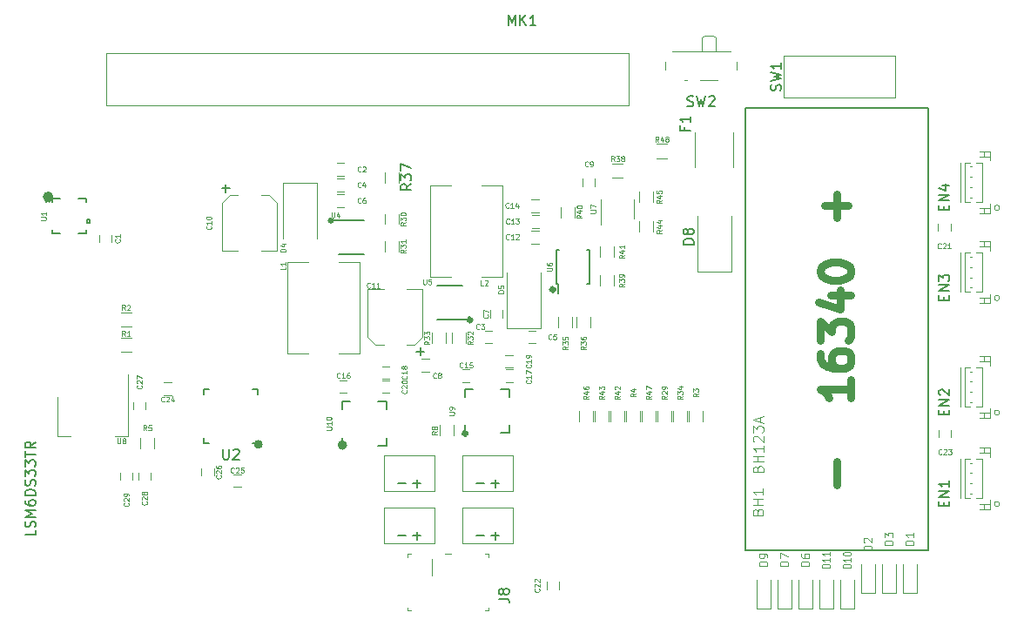
<source format=gbr>
G04 #@! TF.GenerationSoftware,KiCad,Pcbnew,(5.0.0)*
G04 #@! TF.CreationDate,2020-03-19T18:32:55-04:00*
G04 #@! TF.ProjectId,Temple_RPi_HAT,54656D706C655F5250695F4841542E6B,rev?*
G04 #@! TF.SameCoordinates,Original*
G04 #@! TF.FileFunction,Legend,Top*
G04 #@! TF.FilePolarity,Positive*
%FSLAX46Y46*%
G04 Gerber Fmt 4.6, Leading zero omitted, Abs format (unit mm)*
G04 Created by KiCad (PCBNEW (5.0.0)) date 03/19/20 18:32:55*
%MOMM*%
%LPD*%
G01*
G04 APERTURE LIST*
%ADD10C,0.500000*%
%ADD11C,0.150000*%
%ADD12C,0.100000*%
%ADD13C,0.120000*%
%ADD14C,0.127000*%
%ADD15C,0.152400*%
%ADD16C,0.750000*%
%ADD17C,0.050000*%
G04 APERTURE END LIST*
D10*
X121682100Y-148473700D02*
G75*
G03X121682100Y-148473700I-127000J0D01*
G01*
X93123836Y-163523200D02*
G75*
G03X93123836Y-163523200I-181836J0D01*
G01*
X101320991Y-163586700D02*
G75*
G03X101320991Y-163586700I-212891J0D01*
G01*
X113153883Y-162456400D02*
G75*
G03X113153883Y-162456400I-120483J0D01*
G01*
X113607688Y-151407400D02*
G75*
G03X113607688Y-151407400I-117088J0D01*
G01*
X100058892Y-141755400D02*
G75*
G03X100058892Y-141755400I-68392J0D01*
G01*
X72749000Y-139444000D02*
G75*
G03X72749000Y-139444000I-254000J0D01*
G01*
D11*
G04 #@! TO.C,U10*
X101079000Y-159340500D02*
X101854000Y-159340500D01*
X105379000Y-163640500D02*
X104604000Y-163640500D01*
X105379000Y-159340500D02*
X104604000Y-159340500D01*
X101079000Y-163640500D02*
X101079000Y-162865500D01*
X105379000Y-163640500D02*
X105379000Y-162865500D01*
X105379000Y-159340500D02*
X105379000Y-160115500D01*
X101079000Y-159340500D02*
X101079000Y-160115500D01*
D12*
G04 #@! TO.C,M1*
X105161000Y-168097000D02*
X105161000Y-164597000D01*
X105161000Y-164597000D02*
X110061000Y-164597000D01*
X110061000Y-164597000D02*
X110061000Y-168097000D01*
X110061000Y-168097000D02*
X105161000Y-168097000D01*
G04 #@! TO.C,M2*
X105161000Y-173177000D02*
X105161000Y-169677000D01*
X105161000Y-169677000D02*
X110061000Y-169677000D01*
X110061000Y-169677000D02*
X110061000Y-173177000D01*
X110061000Y-173177000D02*
X105161000Y-173177000D01*
D13*
G04 #@! TO.C,D1*
X155615000Y-177990000D02*
X157015000Y-177990000D01*
X157015000Y-177990000D02*
X157015000Y-175190000D01*
X155615000Y-177990000D02*
X155615000Y-175190000D01*
D11*
G04 #@! TO.C,U6*
X121910000Y-147875000D02*
X122060000Y-147875000D01*
X121910000Y-144625000D02*
X122157500Y-144625000D01*
X125160000Y-144625000D02*
X124912500Y-144625000D01*
X125160000Y-147875000D02*
X124912500Y-147875000D01*
X121910000Y-147875000D02*
X121910000Y-144625000D01*
X125160000Y-147875000D02*
X125160000Y-144625000D01*
X122060000Y-147875000D02*
X122060000Y-148800000D01*
D13*
G04 #@! TO.C,D6*
X145455000Y-179514000D02*
X146855000Y-179514000D01*
X146855000Y-179514000D02*
X146855000Y-176714000D01*
X145455000Y-179514000D02*
X145455000Y-176714000D01*
G04 #@! TO.C,D7*
X143423000Y-179514000D02*
X144823000Y-179514000D01*
X144823000Y-179514000D02*
X144823000Y-176714000D01*
X143423000Y-179514000D02*
X143423000Y-176714000D01*
G04 #@! TO.C,D9*
X141391000Y-179514000D02*
X142791000Y-179514000D01*
X142791000Y-179514000D02*
X142791000Y-176714000D01*
X141391000Y-179514000D02*
X141391000Y-176714000D01*
G04 #@! TO.C,D10*
X149519000Y-179514000D02*
X150919000Y-179514000D01*
X150919000Y-179514000D02*
X150919000Y-176714000D01*
X149519000Y-179514000D02*
X149519000Y-176714000D01*
G04 #@! TO.C,F1*
X135385000Y-133142000D02*
X135385000Y-136602000D01*
X139145000Y-133142000D02*
X139145000Y-136602000D01*
G04 #@! TO.C,L1*
X100792000Y-145812000D02*
X102792000Y-145812000D01*
X102792000Y-145812000D02*
X102792000Y-154712000D01*
X102792000Y-154712000D02*
X100792000Y-154712000D01*
X97792000Y-154712000D02*
X95792000Y-154712000D01*
X95792000Y-154712000D02*
X95792000Y-145812000D01*
X95792000Y-145812000D02*
X97792000Y-145812000D01*
G04 #@! TO.C,L2*
X111635000Y-147236500D02*
X109635000Y-147236500D01*
X109635000Y-147236500D02*
X109635000Y-138336500D01*
X109635000Y-138336500D02*
X111635000Y-138336500D01*
X114635000Y-138336500D02*
X116635000Y-138336500D01*
X116635000Y-138336500D02*
X116635000Y-147236500D01*
X116635000Y-147236500D02*
X114635000Y-147236500D01*
D12*
G04 #@! TO.C,M3*
X112781000Y-168097000D02*
X112781000Y-164597000D01*
X112781000Y-164597000D02*
X117681000Y-164597000D01*
X117681000Y-164597000D02*
X117681000Y-168097000D01*
X117681000Y-168097000D02*
X112781000Y-168097000D01*
G04 #@! TO.C,SW1*
X154847000Y-129810000D02*
X154047000Y-129810000D01*
X154847000Y-129760000D02*
X154847000Y-129810000D01*
X154847000Y-127760000D02*
X154847000Y-129760000D01*
X154847000Y-125710000D02*
X154497000Y-125710000D01*
X154847000Y-127760000D02*
X154847000Y-125710000D01*
X144047000Y-129810000D02*
X154097000Y-129810000D01*
X144047000Y-129810000D02*
X144047000Y-127760000D01*
X144047000Y-125710000D02*
X154497000Y-125710000D01*
X144047000Y-126160000D02*
X144047000Y-125710000D01*
X144047000Y-125710000D02*
X144047000Y-126160000D01*
X144047000Y-127760000D02*
X144047000Y-126160000D01*
D11*
G04 #@! TO.C,U4*
X100727500Y-145046000D02*
X103177500Y-145046000D01*
X100002500Y-141746000D02*
X103177500Y-141746000D01*
G04 #@! TO.C,U5*
X112772500Y-148081000D02*
X110322500Y-148081000D01*
X113497500Y-151381000D02*
X110322500Y-151381000D01*
D12*
G04 #@! TO.C,M4*
X112781000Y-173177000D02*
X112781000Y-169677000D01*
X112781000Y-169677000D02*
X117681000Y-169677000D01*
X117681000Y-169677000D02*
X117681000Y-173177000D01*
X117681000Y-173177000D02*
X112781000Y-173177000D01*
D13*
G04 #@! TO.C,D2*
X151551000Y-177990000D02*
X152951000Y-177990000D01*
X152951000Y-177990000D02*
X152951000Y-175190000D01*
X151551000Y-177990000D02*
X151551000Y-175190000D01*
G04 #@! TO.C,D3*
X153583000Y-177990000D02*
X154983000Y-177990000D01*
X154983000Y-177990000D02*
X154983000Y-175190000D01*
X153583000Y-177990000D02*
X153583000Y-175190000D01*
G04 #@! TO.C,D4*
X98656000Y-138108000D02*
X95356000Y-138108000D01*
X95356000Y-138108000D02*
X95356000Y-143508000D01*
X98656000Y-138108000D02*
X98656000Y-143508000D01*
G04 #@! TO.C,D5*
X117073000Y-152210000D02*
X120373000Y-152210000D01*
X120373000Y-152210000D02*
X120373000Y-146810000D01*
X117073000Y-152210000D02*
X117073000Y-146810000D01*
G04 #@! TO.C,D8*
X135665000Y-146730000D02*
X138965000Y-146730000D01*
X138965000Y-146730000D02*
X138965000Y-141330000D01*
X135665000Y-146730000D02*
X135665000Y-141330000D01*
D12*
G04 #@! TO.C,rpi_Header1*
X78120000Y-125490000D02*
X78120000Y-130570000D01*
X78120000Y-130570000D02*
X128920000Y-130570000D01*
X128920000Y-130570000D02*
X128920000Y-125490000D01*
X128920000Y-125490000D02*
X78120000Y-125490000D01*
D13*
G04 #@! TO.C,SW2*
X134595000Y-128118000D02*
X134395000Y-128118000D01*
X137395000Y-123978000D02*
X137195000Y-123768000D01*
X136095000Y-123978000D02*
X136295000Y-123768000D01*
X137395000Y-125268000D02*
X137395000Y-123978000D01*
X137195000Y-123768000D02*
X136295000Y-123768000D01*
X136095000Y-123978000D02*
X136095000Y-125268000D01*
X138845000Y-125268000D02*
X133145000Y-125268000D01*
X137595000Y-128118000D02*
X135895000Y-128118000D01*
X139445000Y-127068000D02*
X139445000Y-126278000D01*
X132545000Y-126278000D02*
X132545000Y-127068000D01*
G04 #@! TO.C,U7*
X129477000Y-141530000D02*
X129477000Y-139730000D01*
X126257000Y-139730000D02*
X126257000Y-142180000D01*
G04 #@! TO.C,U8*
X73405000Y-162690000D02*
X74665000Y-162690000D01*
X80225000Y-162690000D02*
X78965000Y-162690000D01*
X73405000Y-158930000D02*
X73405000Y-162690000D01*
X80225000Y-156680000D02*
X80225000Y-162690000D01*
D11*
G04 #@! TO.C,U9*
X113017000Y-158122000D02*
X113792000Y-158122000D01*
X117317000Y-162422000D02*
X116542000Y-162422000D01*
X117317000Y-158122000D02*
X116542000Y-158122000D01*
X113017000Y-162422000D02*
X113017000Y-161647000D01*
X117317000Y-162422000D02*
X117317000Y-161647000D01*
X117317000Y-158122000D02*
X117317000Y-158897000D01*
X113017000Y-158122000D02*
X113017000Y-158897000D01*
D14*
G04 #@! TO.C,BH1*
X140275000Y-173830000D02*
X140275000Y-130830000D01*
X158055000Y-173830000D02*
X140275000Y-173830000D01*
X158055000Y-130830000D02*
X158055000Y-173830000D01*
X140275000Y-130830000D02*
X158055000Y-130830000D01*
D13*
G04 #@! TO.C,EN1*
X162109636Y-165316810D02*
X162309636Y-165316810D01*
X162109636Y-166316810D02*
X162309636Y-166316810D01*
X162109636Y-167316810D02*
X162309636Y-167316810D01*
X162109636Y-168316810D02*
X162309636Y-168316810D01*
X163359636Y-164916810D02*
X162709636Y-164916810D01*
X163359636Y-168716810D02*
X163359636Y-164916810D01*
X162709636Y-168716810D02*
X163359636Y-168716810D01*
X161609636Y-164916810D02*
X162109636Y-164916810D01*
X161609636Y-168716810D02*
X161609636Y-164916810D01*
X162109636Y-168716810D02*
X161609636Y-168716810D01*
X163509636Y-163816810D02*
X163509636Y-164316810D01*
X163509636Y-163816810D02*
X163509636Y-163816810D01*
X163509636Y-164316810D02*
X163509636Y-163816810D01*
X163509636Y-164316810D02*
X163509636Y-164316810D01*
X164109636Y-164316810D02*
X164109636Y-164316810D01*
X163109636Y-164316810D02*
X164109636Y-164316810D01*
X163109636Y-164316810D02*
X163109636Y-164316810D01*
X164109636Y-164316810D02*
X163109636Y-164316810D01*
X164109636Y-163816810D02*
X164109636Y-164716810D01*
X163109636Y-163816810D02*
X164109636Y-163816810D01*
X163509636Y-169816810D02*
X163509636Y-169316810D01*
X163509636Y-169816810D02*
X163509636Y-169816810D01*
X163509636Y-169316810D02*
X163509636Y-169816810D01*
X163509636Y-169316810D02*
X163509636Y-169316810D01*
X164109636Y-169316810D02*
X164109636Y-169316810D01*
X163109636Y-169316810D02*
X164109636Y-169316810D01*
X163109636Y-169316810D02*
X163109636Y-169316810D01*
X164109636Y-169316810D02*
X163109636Y-169316810D01*
X164109636Y-169816810D02*
X164109636Y-168916810D01*
X163109636Y-169816810D02*
X164109636Y-169816810D01*
X161209636Y-168716810D02*
X161209636Y-164916810D01*
X165009636Y-169316810D02*
G75*
G03X165009636Y-169316810I-250000J0D01*
G01*
G04 #@! TO.C,EN2*
X162109636Y-156426810D02*
X162309636Y-156426810D01*
X162109636Y-157426810D02*
X162309636Y-157426810D01*
X162109636Y-158426810D02*
X162309636Y-158426810D01*
X162109636Y-159426810D02*
X162309636Y-159426810D01*
X163359636Y-156026810D02*
X162709636Y-156026810D01*
X163359636Y-159826810D02*
X163359636Y-156026810D01*
X162709636Y-159826810D02*
X163359636Y-159826810D01*
X161609636Y-156026810D02*
X162109636Y-156026810D01*
X161609636Y-159826810D02*
X161609636Y-156026810D01*
X162109636Y-159826810D02*
X161609636Y-159826810D01*
X163509636Y-154926810D02*
X163509636Y-155426810D01*
X163509636Y-154926810D02*
X163509636Y-154926810D01*
X163509636Y-155426810D02*
X163509636Y-154926810D01*
X163509636Y-155426810D02*
X163509636Y-155426810D01*
X164109636Y-155426810D02*
X164109636Y-155426810D01*
X163109636Y-155426810D02*
X164109636Y-155426810D01*
X163109636Y-155426810D02*
X163109636Y-155426810D01*
X164109636Y-155426810D02*
X163109636Y-155426810D01*
X164109636Y-154926810D02*
X164109636Y-155826810D01*
X163109636Y-154926810D02*
X164109636Y-154926810D01*
X163509636Y-160926810D02*
X163509636Y-160426810D01*
X163509636Y-160926810D02*
X163509636Y-160926810D01*
X163509636Y-160426810D02*
X163509636Y-160926810D01*
X163509636Y-160426810D02*
X163509636Y-160426810D01*
X164109636Y-160426810D02*
X164109636Y-160426810D01*
X163109636Y-160426810D02*
X164109636Y-160426810D01*
X163109636Y-160426810D02*
X163109636Y-160426810D01*
X164109636Y-160426810D02*
X163109636Y-160426810D01*
X164109636Y-160926810D02*
X164109636Y-160026810D01*
X163109636Y-160926810D02*
X164109636Y-160926810D01*
X161209636Y-159826810D02*
X161209636Y-156026810D01*
X165009636Y-160426810D02*
G75*
G03X165009636Y-160426810I-250000J0D01*
G01*
G04 #@! TO.C,EN3*
X162109636Y-145286810D02*
X162309636Y-145286810D01*
X162109636Y-146286810D02*
X162309636Y-146286810D01*
X162109636Y-147286810D02*
X162309636Y-147286810D01*
X162109636Y-148286810D02*
X162309636Y-148286810D01*
X163359636Y-144886810D02*
X162709636Y-144886810D01*
X163359636Y-148686810D02*
X163359636Y-144886810D01*
X162709636Y-148686810D02*
X163359636Y-148686810D01*
X161609636Y-144886810D02*
X162109636Y-144886810D01*
X161609636Y-148686810D02*
X161609636Y-144886810D01*
X162109636Y-148686810D02*
X161609636Y-148686810D01*
X163509636Y-143786810D02*
X163509636Y-144286810D01*
X163509636Y-143786810D02*
X163509636Y-143786810D01*
X163509636Y-144286810D02*
X163509636Y-143786810D01*
X163509636Y-144286810D02*
X163509636Y-144286810D01*
X164109636Y-144286810D02*
X164109636Y-144286810D01*
X163109636Y-144286810D02*
X164109636Y-144286810D01*
X163109636Y-144286810D02*
X163109636Y-144286810D01*
X164109636Y-144286810D02*
X163109636Y-144286810D01*
X164109636Y-143786810D02*
X164109636Y-144686810D01*
X163109636Y-143786810D02*
X164109636Y-143786810D01*
X163509636Y-149786810D02*
X163509636Y-149286810D01*
X163509636Y-149786810D02*
X163509636Y-149786810D01*
X163509636Y-149286810D02*
X163509636Y-149786810D01*
X163509636Y-149286810D02*
X163509636Y-149286810D01*
X164109636Y-149286810D02*
X164109636Y-149286810D01*
X163109636Y-149286810D02*
X164109636Y-149286810D01*
X163109636Y-149286810D02*
X163109636Y-149286810D01*
X164109636Y-149286810D02*
X163109636Y-149286810D01*
X164109636Y-149786810D02*
X164109636Y-148886810D01*
X163109636Y-149786810D02*
X164109636Y-149786810D01*
X161209636Y-148686810D02*
X161209636Y-144886810D01*
X165009636Y-149286810D02*
G75*
G03X165009636Y-149286810I-250000J0D01*
G01*
G04 #@! TO.C,EN4*
X162109636Y-136511810D02*
X162309636Y-136511810D01*
X162109636Y-137511810D02*
X162309636Y-137511810D01*
X162109636Y-138511810D02*
X162309636Y-138511810D01*
X162109636Y-139511810D02*
X162309636Y-139511810D01*
X163359636Y-136111810D02*
X162709636Y-136111810D01*
X163359636Y-139911810D02*
X163359636Y-136111810D01*
X162709636Y-139911810D02*
X163359636Y-139911810D01*
X161609636Y-136111810D02*
X162109636Y-136111810D01*
X161609636Y-139911810D02*
X161609636Y-136111810D01*
X162109636Y-139911810D02*
X161609636Y-139911810D01*
X163509636Y-135011810D02*
X163509636Y-135511810D01*
X163509636Y-135011810D02*
X163509636Y-135011810D01*
X163509636Y-135511810D02*
X163509636Y-135011810D01*
X163509636Y-135511810D02*
X163509636Y-135511810D01*
X164109636Y-135511810D02*
X164109636Y-135511810D01*
X163109636Y-135511810D02*
X164109636Y-135511810D01*
X163109636Y-135511810D02*
X163109636Y-135511810D01*
X164109636Y-135511810D02*
X163109636Y-135511810D01*
X164109636Y-135011810D02*
X164109636Y-135911810D01*
X163109636Y-135011810D02*
X164109636Y-135011810D01*
X163509636Y-141011810D02*
X163509636Y-140511810D01*
X163509636Y-141011810D02*
X163509636Y-141011810D01*
X163509636Y-140511810D02*
X163509636Y-141011810D01*
X163509636Y-140511810D02*
X163509636Y-140511810D01*
X164109636Y-140511810D02*
X164109636Y-140511810D01*
X163109636Y-140511810D02*
X164109636Y-140511810D01*
X163109636Y-140511810D02*
X163109636Y-140511810D01*
X164109636Y-140511810D02*
X163109636Y-140511810D01*
X164109636Y-141011810D02*
X164109636Y-140111810D01*
X163109636Y-141011810D02*
X164109636Y-141011810D01*
X161209636Y-139911810D02*
X161209636Y-136111810D01*
X165009636Y-140511810D02*
G75*
G03X165009636Y-140511810I-250000J0D01*
G01*
D12*
G04 #@! TO.C,J8*
X115276000Y-174182000D02*
X115276000Y-174482000D01*
X115276000Y-174182000D02*
X114976000Y-174182000D01*
X107476000Y-174182000D02*
X107476000Y-174482000D01*
X107476000Y-174182000D02*
X107776000Y-174182000D01*
X107476000Y-179682000D02*
X107776000Y-179682000D01*
X107476000Y-179682000D02*
X107476000Y-179382000D01*
X115276000Y-179682000D02*
X114976000Y-179682000D01*
X115276000Y-179682000D02*
X115276000Y-179382000D01*
X111376000Y-174182000D02*
X111076000Y-174182000D01*
X111376000Y-174182000D02*
X111676000Y-174182000D01*
X109776000Y-174682000D02*
X109776000Y-176282000D01*
D13*
G04 #@! TO.C,D11*
X147487000Y-179514000D02*
X148887000Y-179514000D01*
X148887000Y-179514000D02*
X148887000Y-176714000D01*
X147487000Y-179514000D02*
X147487000Y-176714000D01*
D11*
G04 #@! TO.C,U2*
X87650000Y-163405000D02*
X87650000Y-162880000D01*
X92900000Y-158155000D02*
X92900000Y-158680000D01*
X87650000Y-158155000D02*
X87650000Y-158680000D01*
X92900000Y-163405000D02*
X92375000Y-163405000D01*
X92900000Y-158155000D02*
X92375000Y-158155000D01*
X87650000Y-158155000D02*
X88175000Y-158155000D01*
X87650000Y-163405000D02*
X88175000Y-163405000D01*
D13*
G04 #@! TO.C,R1*
X80565000Y-154510000D02*
X79565000Y-154510000D01*
X79565000Y-153150000D02*
X80565000Y-153150000D01*
G04 #@! TO.C,R2*
X80565000Y-152070000D02*
X79565000Y-152070000D01*
X79565000Y-150710000D02*
X80565000Y-150710000D01*
G04 #@! TO.C,R3*
X136167000Y-160292000D02*
X136167000Y-161292000D01*
X134807000Y-161292000D02*
X134807000Y-160292000D01*
G04 #@! TO.C,R4*
X128711000Y-161292000D02*
X128711000Y-160292000D01*
X130071000Y-160292000D02*
X130071000Y-161292000D01*
G04 #@! TO.C,R5*
X82827000Y-162935000D02*
X82827000Y-163935000D01*
X81467000Y-163935000D02*
X81467000Y-162935000D01*
G04 #@! TO.C,R29*
X133119000Y-160292000D02*
X133119000Y-161292000D01*
X131759000Y-161292000D02*
X131759000Y-160292000D01*
G04 #@! TO.C,R30*
X106576000Y-141103000D02*
X106576000Y-142103000D01*
X105216000Y-142103000D02*
X105216000Y-141103000D01*
G04 #@! TO.C,R31*
X106576000Y-143758000D02*
X106576000Y-144758000D01*
X105216000Y-144758000D02*
X105216000Y-143758000D01*
G04 #@! TO.C,R32*
X111735000Y-153680000D02*
X111735000Y-152680000D01*
X113095000Y-152680000D02*
X113095000Y-153680000D01*
G04 #@! TO.C,R33*
X111195000Y-152680000D02*
X111195000Y-153680000D01*
X109835000Y-153680000D02*
X109835000Y-152680000D01*
G04 #@! TO.C,R34*
X134643000Y-160292000D02*
X134643000Y-161292000D01*
X133283000Y-161292000D02*
X133283000Y-160292000D01*
G04 #@! TO.C,R35*
X122107000Y-152124000D02*
X122107000Y-151124000D01*
X123467000Y-151124000D02*
X123467000Y-152124000D01*
G04 #@! TO.C,R36*
X123885000Y-152148000D02*
X123885000Y-151148000D01*
X125245000Y-151148000D02*
X125245000Y-152148000D01*
G04 #@! TO.C,R37*
X105216000Y-138051000D02*
X105216000Y-137051000D01*
X106576000Y-137051000D02*
X106576000Y-138051000D01*
G04 #@! TO.C,R38*
X128379000Y-137584000D02*
X127379000Y-137584000D01*
X127379000Y-136224000D02*
X128379000Y-136224000D01*
G04 #@! TO.C,R39*
X126171000Y-148084000D02*
X126171000Y-147084000D01*
X127531000Y-147084000D02*
X127531000Y-148084000D01*
G04 #@! TO.C,R40*
X122361000Y-141480000D02*
X122361000Y-140480000D01*
X123721000Y-140480000D02*
X123721000Y-141480000D01*
G04 #@! TO.C,R41*
X126171000Y-145290000D02*
X126171000Y-144290000D01*
X127531000Y-144290000D02*
X127531000Y-145290000D01*
G04 #@! TO.C,R42*
X128547000Y-160292000D02*
X128547000Y-161292000D01*
X127187000Y-161292000D02*
X127187000Y-160292000D01*
G04 #@! TO.C,R43*
X127023000Y-160292000D02*
X127023000Y-161292000D01*
X125663000Y-161292000D02*
X125663000Y-160292000D01*
G04 #@! TO.C,R44*
X129981000Y-142853000D02*
X129981000Y-141853000D01*
X131341000Y-141853000D02*
X131341000Y-142853000D01*
G04 #@! TO.C,R45*
X129981000Y-139956000D02*
X129981000Y-138956000D01*
X131341000Y-138956000D02*
X131341000Y-139956000D01*
G04 #@! TO.C,R46*
X125499000Y-160292000D02*
X125499000Y-161292000D01*
X124139000Y-161292000D02*
X124139000Y-160292000D01*
G04 #@! TO.C,R47*
X131595000Y-160292000D02*
X131595000Y-161292000D01*
X130235000Y-161292000D02*
X130235000Y-160292000D01*
G04 #@! TO.C,R48*
X132697000Y-135679000D02*
X131697000Y-135679000D01*
X131697000Y-134319000D02*
X132697000Y-134319000D01*
G04 #@! TO.C,C2*
X101305000Y-137377000D02*
X100605000Y-137377000D01*
X100605000Y-136177000D02*
X101305000Y-136177000D01*
G04 #@! TO.C,C3*
X114965000Y-152480000D02*
X115665000Y-152480000D01*
X115665000Y-153680000D02*
X114965000Y-153680000D01*
G04 #@! TO.C,C4*
X101293000Y-138901000D02*
X100593000Y-138901000D01*
X100593000Y-137701000D02*
X101293000Y-137701000D01*
G04 #@! TO.C,C5*
X119915000Y-153680000D02*
X119215000Y-153680000D01*
X119215000Y-152480000D02*
X119915000Y-152480000D01*
G04 #@! TO.C,C7*
X116681400Y-150480000D02*
X116681400Y-151180000D01*
X115481400Y-151180000D02*
X115481400Y-150480000D01*
G04 #@! TO.C,C8*
X109536000Y-156427000D02*
X108836000Y-156427000D01*
X108836000Y-155227000D02*
X109536000Y-155227000D01*
G04 #@! TO.C,C9*
X125673000Y-137685000D02*
X125673000Y-138385000D01*
X124473000Y-138385000D02*
X124473000Y-137685000D01*
G04 #@! TO.C,C12*
X119504000Y-142781000D02*
X120204000Y-142781000D01*
X120204000Y-143981000D02*
X119504000Y-143981000D01*
G04 #@! TO.C,C13*
X119516000Y-141257000D02*
X120216000Y-141257000D01*
X120216000Y-142457000D02*
X119516000Y-142457000D01*
G04 #@! TO.C,C14*
X119504000Y-139733000D02*
X120204000Y-139733000D01*
X120204000Y-140933000D02*
X119504000Y-140933000D01*
G04 #@! TO.C,C10*
X94743000Y-144654000D02*
X93193000Y-144654000D01*
X89413000Y-144654000D02*
X90963000Y-144654000D01*
X90173000Y-139314000D02*
X90963000Y-139314000D01*
X93983000Y-139314000D02*
X93193000Y-139314000D01*
X94743000Y-144654000D02*
X94743000Y-140074000D01*
X94743000Y-140074000D02*
X93983000Y-139314000D01*
X90173000Y-139314000D02*
X89413000Y-140074000D01*
X89413000Y-140074000D02*
X89413000Y-144654000D01*
G04 #@! TO.C,C11*
X103587000Y-148458000D02*
X105137000Y-148458000D01*
X108917000Y-148458000D02*
X107367000Y-148458000D01*
X108157000Y-153798000D02*
X107367000Y-153798000D01*
X104347000Y-153798000D02*
X105137000Y-153798000D01*
X103587000Y-148458000D02*
X103587000Y-153038000D01*
X103587000Y-153038000D02*
X104347000Y-153798000D01*
X108157000Y-153798000D02*
X108917000Y-153038000D01*
X108917000Y-153038000D02*
X108917000Y-148458000D01*
G04 #@! TO.C,C6*
X101281000Y-140425000D02*
X100581000Y-140425000D01*
X100581000Y-139225000D02*
X101281000Y-139225000D01*
G04 #@! TO.C,C15*
X113497000Y-157443000D02*
X112797000Y-157443000D01*
X112797000Y-156243000D02*
X113497000Y-156243000D01*
G04 #@! TO.C,C16*
X100835000Y-157322500D02*
X101535000Y-157322500D01*
X101535000Y-158522500D02*
X100835000Y-158522500D01*
G04 #@! TO.C,C17*
X117688000Y-157443000D02*
X116988000Y-157443000D01*
X116988000Y-156243000D02*
X117688000Y-156243000D01*
G04 #@! TO.C,C18*
X104986500Y-155925500D02*
X105686500Y-155925500D01*
X105686500Y-157125500D02*
X104986500Y-157125500D01*
G04 #@! TO.C,C19*
X116964000Y-154846000D02*
X117664000Y-154846000D01*
X117664000Y-156046000D02*
X116964000Y-156046000D01*
G04 #@! TO.C,C20*
X104986500Y-157322500D02*
X105686500Y-157322500D01*
X105686500Y-158522500D02*
X104986500Y-158522500D01*
G04 #@! TO.C,C21*
X160242400Y-142053800D02*
X160242400Y-142753800D01*
X159042400Y-142753800D02*
X159042400Y-142053800D01*
G04 #@! TO.C,C22*
X120955100Y-177589900D02*
X120955100Y-176889900D01*
X122155100Y-176889900D02*
X122155100Y-177589900D01*
G04 #@! TO.C,C23*
X160293200Y-162094400D02*
X160293200Y-162794400D01*
X159093200Y-162794400D02*
X159093200Y-162094400D01*
G04 #@! TO.C,R8*
X110550000Y-162665000D02*
X110550000Y-161665000D01*
X111910000Y-161665000D02*
X111910000Y-162665000D01*
G04 #@! TO.C,C1*
X78683000Y-143146000D02*
X78683000Y-143846000D01*
X77483000Y-143846000D02*
X77483000Y-143146000D01*
G04 #@! TO.C,C24*
X83765000Y-157505000D02*
X84465000Y-157505000D01*
X84465000Y-158705000D02*
X83765000Y-158705000D01*
G04 #@! TO.C,C25*
X90540000Y-166430000D02*
X91240000Y-166430000D01*
X91240000Y-167630000D02*
X90540000Y-167630000D01*
G04 #@! TO.C,C26*
X88615000Y-165855000D02*
X88615000Y-166555000D01*
X87415000Y-166555000D02*
X87415000Y-165855000D01*
G04 #@! TO.C,C27*
X80785000Y-160102000D02*
X80785000Y-159402000D01*
X81985000Y-159402000D02*
X81985000Y-160102000D01*
G04 #@! TO.C,C28*
X81293000Y-166984000D02*
X81293000Y-166284000D01*
X82493000Y-166284000D02*
X82493000Y-166984000D01*
G04 #@! TO.C,C29*
X80715000Y-166284000D02*
X80715000Y-166984000D01*
X79515000Y-166984000D02*
X79515000Y-166284000D01*
D15*
G04 #@! TO.C,U1*
X72888600Y-143006400D02*
X73696220Y-143006400D01*
X76241400Y-143006400D02*
X76241400Y-142698781D01*
X76241400Y-139653600D02*
X75433780Y-139653600D01*
X72888600Y-139653600D02*
X72888600Y-139961219D01*
X72888600Y-142698781D02*
X72888600Y-143006400D01*
X75433780Y-143006400D02*
X76241400Y-143006400D01*
X76241400Y-139961219D02*
X76241400Y-139653600D01*
X73696220Y-139653600D02*
X72888600Y-139653600D01*
X76520800Y-141639499D02*
X76520800Y-142020499D01*
X76520800Y-142020499D02*
X76266800Y-142020499D01*
X76266800Y-142020499D02*
X76266800Y-141639499D01*
X76266800Y-141639499D02*
X76520800Y-141639499D01*
G04 #@! TO.C,*
D11*
D16*
D11*
D16*
X150560142Y-157255142D02*
X150560142Y-158969428D01*
X150560142Y-158112285D02*
X147560142Y-158112285D01*
X147988714Y-158398000D01*
X148274428Y-158683714D01*
X148417285Y-158969428D01*
X147560142Y-154683714D02*
X147560142Y-155255142D01*
X147703000Y-155540857D01*
X147845857Y-155683714D01*
X148274428Y-155969428D01*
X148845857Y-156112285D01*
X149988714Y-156112285D01*
X150274428Y-155969428D01*
X150417285Y-155826571D01*
X150560142Y-155540857D01*
X150560142Y-154969428D01*
X150417285Y-154683714D01*
X150274428Y-154540857D01*
X149988714Y-154398000D01*
X149274428Y-154398000D01*
X148988714Y-154540857D01*
X148845857Y-154683714D01*
X148703000Y-154969428D01*
X148703000Y-155540857D01*
X148845857Y-155826571D01*
X148988714Y-155969428D01*
X149274428Y-156112285D01*
X147560142Y-153398000D02*
X147560142Y-151540857D01*
X148703000Y-152540857D01*
X148703000Y-152112285D01*
X148845857Y-151826571D01*
X148988714Y-151683714D01*
X149274428Y-151540857D01*
X149988714Y-151540857D01*
X150274428Y-151683714D01*
X150417285Y-151826571D01*
X150560142Y-152112285D01*
X150560142Y-152969428D01*
X150417285Y-153255142D01*
X150274428Y-153398000D01*
X148560142Y-148969428D02*
X150560142Y-148969428D01*
X147417285Y-149683714D02*
X149560142Y-150398000D01*
X149560142Y-148540857D01*
X147560142Y-146826571D02*
X147560142Y-146540857D01*
X147703000Y-146255142D01*
X147845857Y-146112285D01*
X148131571Y-145969428D01*
X148703000Y-145826571D01*
X149417285Y-145826571D01*
X149988714Y-145969428D01*
X150274428Y-146112285D01*
X150417285Y-146255142D01*
X150560142Y-146540857D01*
X150560142Y-146826571D01*
X150417285Y-147112285D01*
X150274428Y-147255142D01*
X149988714Y-147398000D01*
X149417285Y-147540857D01*
X148703000Y-147540857D01*
X148131571Y-147398000D01*
X147845857Y-147255142D01*
X147703000Y-147112285D01*
X147560142Y-146826571D01*
D11*
D16*
G04 #@! TO.C,U10*
D12*
X99555190Y-162109547D02*
X99959952Y-162109547D01*
X100007571Y-162085738D01*
X100031380Y-162061928D01*
X100055190Y-162014309D01*
X100055190Y-161919071D01*
X100031380Y-161871452D01*
X100007571Y-161847642D01*
X99959952Y-161823833D01*
X99555190Y-161823833D01*
X100055190Y-161323833D02*
X100055190Y-161609547D01*
X100055190Y-161466690D02*
X99555190Y-161466690D01*
X99626619Y-161514309D01*
X99674238Y-161561928D01*
X99698047Y-161609547D01*
X99555190Y-161014309D02*
X99555190Y-160966690D01*
X99579000Y-160919071D01*
X99602809Y-160895261D01*
X99650428Y-160871452D01*
X99745666Y-160847642D01*
X99864714Y-160847642D01*
X99959952Y-160871452D01*
X100007571Y-160895261D01*
X100031380Y-160919071D01*
X100055190Y-160966690D01*
X100055190Y-161014309D01*
X100031380Y-161061928D01*
X100007571Y-161085738D01*
X99959952Y-161109547D01*
X99864714Y-161133357D01*
X99745666Y-161133357D01*
X99650428Y-161109547D01*
X99602809Y-161085738D01*
X99579000Y-161061928D01*
X99555190Y-161014309D01*
G04 #@! TO.C,M1*
D11*
X107980047Y-167318428D02*
X108741952Y-167318428D01*
X108361000Y-167699380D02*
X108361000Y-166937476D01*
X106480047Y-167318428D02*
X107241952Y-167318428D01*
G04 #@! TO.C,M2*
X107980047Y-172398428D02*
X108741952Y-172398428D01*
X108361000Y-172779380D02*
X108361000Y-172017476D01*
X106480047Y-172398428D02*
X107241952Y-172398428D01*
G04 #@! TO.C,D1*
D12*
X156676904Y-173308476D02*
X155876904Y-173308476D01*
X155876904Y-173118000D01*
X155915000Y-173003714D01*
X155991190Y-172927523D01*
X156067380Y-172889428D01*
X156219761Y-172851333D01*
X156334047Y-172851333D01*
X156486428Y-172889428D01*
X156562619Y-172927523D01*
X156638809Y-173003714D01*
X156676904Y-173118000D01*
X156676904Y-173308476D01*
X156676904Y-172089428D02*
X156676904Y-172546571D01*
X156676904Y-172318000D02*
X155876904Y-172318000D01*
X155991190Y-172394190D01*
X156067380Y-172470380D01*
X156105476Y-172546571D01*
G04 #@! TO.C,MK1*
D11*
X117260476Y-122782380D02*
X117260476Y-121782380D01*
X117593809Y-122496666D01*
X117927142Y-121782380D01*
X117927142Y-122782380D01*
X118403333Y-122782380D02*
X118403333Y-121782380D01*
X118974761Y-122782380D02*
X118546190Y-122210952D01*
X118974761Y-121782380D02*
X118403333Y-122353809D01*
X119927142Y-122782380D02*
X119355714Y-122782380D01*
X119641428Y-122782380D02*
X119641428Y-121782380D01*
X119546190Y-121925238D01*
X119450952Y-122020476D01*
X119355714Y-122068095D01*
G04 #@! TO.C,U6*
D12*
X120989190Y-146630952D02*
X121393952Y-146630952D01*
X121441571Y-146607142D01*
X121465380Y-146583333D01*
X121489190Y-146535714D01*
X121489190Y-146440476D01*
X121465380Y-146392857D01*
X121441571Y-146369047D01*
X121393952Y-146345238D01*
X120989190Y-146345238D01*
X120989190Y-145892857D02*
X120989190Y-145988095D01*
X121013000Y-146035714D01*
X121036809Y-146059523D01*
X121108238Y-146107142D01*
X121203476Y-146130952D01*
X121393952Y-146130952D01*
X121441571Y-146107142D01*
X121465380Y-146083333D01*
X121489190Y-146035714D01*
X121489190Y-145940476D01*
X121465380Y-145892857D01*
X121441571Y-145869047D01*
X121393952Y-145845238D01*
X121274904Y-145845238D01*
X121227285Y-145869047D01*
X121203476Y-145892857D01*
X121179666Y-145940476D01*
X121179666Y-146035714D01*
X121203476Y-146083333D01*
X121227285Y-146107142D01*
X121274904Y-146130952D01*
G04 #@! TO.C,D6*
X146516904Y-175340476D02*
X145716904Y-175340476D01*
X145716904Y-175150000D01*
X145755000Y-175035714D01*
X145831190Y-174959523D01*
X145907380Y-174921428D01*
X146059761Y-174883333D01*
X146174047Y-174883333D01*
X146326428Y-174921428D01*
X146402619Y-174959523D01*
X146478809Y-175035714D01*
X146516904Y-175150000D01*
X146516904Y-175340476D01*
X145716904Y-174197619D02*
X145716904Y-174350000D01*
X145755000Y-174426190D01*
X145793095Y-174464285D01*
X145907380Y-174540476D01*
X146059761Y-174578571D01*
X146364523Y-174578571D01*
X146440714Y-174540476D01*
X146478809Y-174502380D01*
X146516904Y-174426190D01*
X146516904Y-174273809D01*
X146478809Y-174197619D01*
X146440714Y-174159523D01*
X146364523Y-174121428D01*
X146174047Y-174121428D01*
X146097857Y-174159523D01*
X146059761Y-174197619D01*
X146021666Y-174273809D01*
X146021666Y-174426190D01*
X146059761Y-174502380D01*
X146097857Y-174540476D01*
X146174047Y-174578571D01*
G04 #@! TO.C,D7*
X144484904Y-175340476D02*
X143684904Y-175340476D01*
X143684904Y-175150000D01*
X143723000Y-175035714D01*
X143799190Y-174959523D01*
X143875380Y-174921428D01*
X144027761Y-174883333D01*
X144142047Y-174883333D01*
X144294428Y-174921428D01*
X144370619Y-174959523D01*
X144446809Y-175035714D01*
X144484904Y-175150000D01*
X144484904Y-175340476D01*
X143684904Y-174616666D02*
X143684904Y-174083333D01*
X144484904Y-174426190D01*
G04 #@! TO.C,D9*
X142452904Y-175340476D02*
X141652904Y-175340476D01*
X141652904Y-175150000D01*
X141691000Y-175035714D01*
X141767190Y-174959523D01*
X141843380Y-174921428D01*
X141995761Y-174883333D01*
X142110047Y-174883333D01*
X142262428Y-174921428D01*
X142338619Y-174959523D01*
X142414809Y-175035714D01*
X142452904Y-175150000D01*
X142452904Y-175340476D01*
X142452904Y-174502380D02*
X142452904Y-174350000D01*
X142414809Y-174273809D01*
X142376714Y-174235714D01*
X142262428Y-174159523D01*
X142110047Y-174121428D01*
X141805285Y-174121428D01*
X141729095Y-174159523D01*
X141691000Y-174197619D01*
X141652904Y-174273809D01*
X141652904Y-174426190D01*
X141691000Y-174502380D01*
X141729095Y-174540476D01*
X141805285Y-174578571D01*
X141995761Y-174578571D01*
X142071952Y-174540476D01*
X142110047Y-174502380D01*
X142148142Y-174426190D01*
X142148142Y-174273809D01*
X142110047Y-174197619D01*
X142071952Y-174159523D01*
X141995761Y-174121428D01*
G04 #@! TO.C,D10*
X150580904Y-175478571D02*
X149780904Y-175478571D01*
X149780904Y-175335714D01*
X149819000Y-175250000D01*
X149895190Y-175192857D01*
X149971380Y-175164285D01*
X150123761Y-175135714D01*
X150238047Y-175135714D01*
X150390428Y-175164285D01*
X150466619Y-175192857D01*
X150542809Y-175250000D01*
X150580904Y-175335714D01*
X150580904Y-175478571D01*
X150580904Y-174564285D02*
X150580904Y-174907142D01*
X150580904Y-174735714D02*
X149780904Y-174735714D01*
X149895190Y-174792857D01*
X149971380Y-174850000D01*
X150009476Y-174907142D01*
X149780904Y-174192857D02*
X149780904Y-174135714D01*
X149819000Y-174078571D01*
X149857095Y-174050000D01*
X149933285Y-174021428D01*
X150085666Y-173992857D01*
X150276142Y-173992857D01*
X150428523Y-174021428D01*
X150504714Y-174050000D01*
X150542809Y-174078571D01*
X150580904Y-174135714D01*
X150580904Y-174192857D01*
X150542809Y-174250000D01*
X150504714Y-174278571D01*
X150428523Y-174307142D01*
X150276142Y-174335714D01*
X150085666Y-174335714D01*
X149933285Y-174307142D01*
X149857095Y-174278571D01*
X149819000Y-174250000D01*
X149780904Y-174192857D01*
G04 #@! TO.C,F1*
D11*
X134399571Y-132665333D02*
X134399571Y-132998666D01*
X134923380Y-132998666D02*
X133923380Y-132998666D01*
X133923380Y-132522476D01*
X134923380Y-131617714D02*
X134923380Y-132189142D01*
X134923380Y-131903428D02*
X133923380Y-131903428D01*
X134066238Y-131998666D01*
X134161476Y-132093904D01*
X134209095Y-132189142D01*
G04 #@! TO.C,L1*
D12*
X95581190Y-146258333D02*
X95581190Y-146496428D01*
X95081190Y-146496428D01*
X95581190Y-145829761D02*
X95581190Y-146115476D01*
X95581190Y-145972619D02*
X95081190Y-145972619D01*
X95152619Y-146020238D01*
X95200238Y-146067857D01*
X95224047Y-146115476D01*
G04 #@! TO.C,L2*
X114829666Y-148052190D02*
X114591571Y-148052190D01*
X114591571Y-147552190D01*
X114972523Y-147599809D02*
X114996333Y-147576000D01*
X115043952Y-147552190D01*
X115163000Y-147552190D01*
X115210619Y-147576000D01*
X115234428Y-147599809D01*
X115258238Y-147647428D01*
X115258238Y-147695047D01*
X115234428Y-147766476D01*
X114948714Y-148052190D01*
X115258238Y-148052190D01*
G04 #@! TO.C,M3*
D11*
X115600047Y-167318428D02*
X116361952Y-167318428D01*
X115981000Y-167699380D02*
X115981000Y-166937476D01*
X114100047Y-167318428D02*
X114861952Y-167318428D01*
G04 #@! TO.C,SW1*
X143721761Y-129093333D02*
X143769380Y-128950476D01*
X143769380Y-128712380D01*
X143721761Y-128617142D01*
X143674142Y-128569523D01*
X143578904Y-128521904D01*
X143483666Y-128521904D01*
X143388428Y-128569523D01*
X143340809Y-128617142D01*
X143293190Y-128712380D01*
X143245571Y-128902857D01*
X143197952Y-128998095D01*
X143150333Y-129045714D01*
X143055095Y-129093333D01*
X142959857Y-129093333D01*
X142864619Y-129045714D01*
X142817000Y-128998095D01*
X142769380Y-128902857D01*
X142769380Y-128664761D01*
X142817000Y-128521904D01*
X142769380Y-128188571D02*
X143769380Y-127950476D01*
X143055095Y-127760000D01*
X143769380Y-127569523D01*
X142769380Y-127331428D01*
X143769380Y-126426666D02*
X143769380Y-126998095D01*
X143769380Y-126712380D02*
X142769380Y-126712380D01*
X142912238Y-126807619D01*
X143007476Y-126902857D01*
X143055095Y-126998095D01*
G04 #@! TO.C,U4*
D12*
X100054047Y-140948190D02*
X100054047Y-141352952D01*
X100077857Y-141400571D01*
X100101666Y-141424380D01*
X100149285Y-141448190D01*
X100244523Y-141448190D01*
X100292142Y-141424380D01*
X100315952Y-141400571D01*
X100339761Y-141352952D01*
X100339761Y-140948190D01*
X100792142Y-141114857D02*
X100792142Y-141448190D01*
X100673095Y-140924380D02*
X100554047Y-141281523D01*
X100863571Y-141281523D01*
G04 #@! TO.C,U5*
X108984047Y-147456190D02*
X108984047Y-147860952D01*
X109007857Y-147908571D01*
X109031666Y-147932380D01*
X109079285Y-147956190D01*
X109174523Y-147956190D01*
X109222142Y-147932380D01*
X109245952Y-147908571D01*
X109269761Y-147860952D01*
X109269761Y-147456190D01*
X109745952Y-147456190D02*
X109507857Y-147456190D01*
X109484047Y-147694285D01*
X109507857Y-147670476D01*
X109555476Y-147646666D01*
X109674523Y-147646666D01*
X109722142Y-147670476D01*
X109745952Y-147694285D01*
X109769761Y-147741904D01*
X109769761Y-147860952D01*
X109745952Y-147908571D01*
X109722142Y-147932380D01*
X109674523Y-147956190D01*
X109555476Y-147956190D01*
X109507857Y-147932380D01*
X109484047Y-147908571D01*
G04 #@! TO.C,M4*
D11*
X115600047Y-172398428D02*
X116361952Y-172398428D01*
X115981000Y-172779380D02*
X115981000Y-172017476D01*
X114100047Y-172398428D02*
X114861952Y-172398428D01*
G04 #@! TO.C,D2*
D12*
X152612904Y-173816476D02*
X151812904Y-173816476D01*
X151812904Y-173626000D01*
X151851000Y-173511714D01*
X151927190Y-173435523D01*
X152003380Y-173397428D01*
X152155761Y-173359333D01*
X152270047Y-173359333D01*
X152422428Y-173397428D01*
X152498619Y-173435523D01*
X152574809Y-173511714D01*
X152612904Y-173626000D01*
X152612904Y-173816476D01*
X151889095Y-173054571D02*
X151851000Y-173016476D01*
X151812904Y-172940285D01*
X151812904Y-172749809D01*
X151851000Y-172673619D01*
X151889095Y-172635523D01*
X151965285Y-172597428D01*
X152041476Y-172597428D01*
X152155761Y-172635523D01*
X152612904Y-173092666D01*
X152612904Y-172597428D01*
G04 #@! TO.C,D3*
X154644904Y-173308476D02*
X153844904Y-173308476D01*
X153844904Y-173118000D01*
X153883000Y-173003714D01*
X153959190Y-172927523D01*
X154035380Y-172889428D01*
X154187761Y-172851333D01*
X154302047Y-172851333D01*
X154454428Y-172889428D01*
X154530619Y-172927523D01*
X154606809Y-173003714D01*
X154644904Y-173118000D01*
X154644904Y-173308476D01*
X153844904Y-172584666D02*
X153844904Y-172089428D01*
X154149666Y-172356095D01*
X154149666Y-172241809D01*
X154187761Y-172165619D01*
X154225857Y-172127523D01*
X154302047Y-172089428D01*
X154492523Y-172089428D01*
X154568714Y-172127523D01*
X154606809Y-172165619D01*
X154644904Y-172241809D01*
X154644904Y-172470380D01*
X154606809Y-172546571D01*
X154568714Y-172584666D01*
G04 #@! TO.C,D4*
X95581190Y-144766047D02*
X95081190Y-144766047D01*
X95081190Y-144647000D01*
X95105000Y-144575571D01*
X95152619Y-144527952D01*
X95200238Y-144504142D01*
X95295476Y-144480333D01*
X95366904Y-144480333D01*
X95462142Y-144504142D01*
X95509761Y-144527952D01*
X95557380Y-144575571D01*
X95581190Y-144647000D01*
X95581190Y-144766047D01*
X95247857Y-144051761D02*
X95581190Y-144051761D01*
X95057380Y-144170809D02*
X95414523Y-144289857D01*
X95414523Y-143980333D01*
G04 #@! TO.C,D5*
X116791190Y-148799047D02*
X116291190Y-148799047D01*
X116291190Y-148680000D01*
X116315000Y-148608571D01*
X116362619Y-148560952D01*
X116410238Y-148537142D01*
X116505476Y-148513333D01*
X116576904Y-148513333D01*
X116672142Y-148537142D01*
X116719761Y-148560952D01*
X116767380Y-148608571D01*
X116791190Y-148680000D01*
X116791190Y-148799047D01*
X116291190Y-148060952D02*
X116291190Y-148299047D01*
X116529285Y-148322857D01*
X116505476Y-148299047D01*
X116481666Y-148251428D01*
X116481666Y-148132380D01*
X116505476Y-148084761D01*
X116529285Y-148060952D01*
X116576904Y-148037142D01*
X116695952Y-148037142D01*
X116743571Y-148060952D01*
X116767380Y-148084761D01*
X116791190Y-148132380D01*
X116791190Y-148251428D01*
X116767380Y-148299047D01*
X116743571Y-148322857D01*
G04 #@! TO.C,D8*
D11*
X135267380Y-144068095D02*
X134267380Y-144068095D01*
X134267380Y-143830000D01*
X134315000Y-143687142D01*
X134410238Y-143591904D01*
X134505476Y-143544285D01*
X134695952Y-143496666D01*
X134838809Y-143496666D01*
X135029285Y-143544285D01*
X135124523Y-143591904D01*
X135219761Y-143687142D01*
X135267380Y-143830000D01*
X135267380Y-144068095D01*
X134695952Y-142925238D02*
X134648333Y-143020476D01*
X134600714Y-143068095D01*
X134505476Y-143115714D01*
X134457857Y-143115714D01*
X134362619Y-143068095D01*
X134315000Y-143020476D01*
X134267380Y-142925238D01*
X134267380Y-142734761D01*
X134315000Y-142639523D01*
X134362619Y-142591904D01*
X134457857Y-142544285D01*
X134505476Y-142544285D01*
X134600714Y-142591904D01*
X134648333Y-142639523D01*
X134695952Y-142734761D01*
X134695952Y-142925238D01*
X134743571Y-143020476D01*
X134791190Y-143068095D01*
X134886428Y-143115714D01*
X135076904Y-143115714D01*
X135172142Y-143068095D01*
X135219761Y-143020476D01*
X135267380Y-142925238D01*
X135267380Y-142734761D01*
X135219761Y-142639523D01*
X135172142Y-142591904D01*
X135076904Y-142544285D01*
X134886428Y-142544285D01*
X134791190Y-142591904D01*
X134743571Y-142639523D01*
X134695952Y-142734761D01*
G04 #@! TO.C,SW2*
X134661666Y-130602761D02*
X134804523Y-130650380D01*
X135042619Y-130650380D01*
X135137857Y-130602761D01*
X135185476Y-130555142D01*
X135233095Y-130459904D01*
X135233095Y-130364666D01*
X135185476Y-130269428D01*
X135137857Y-130221809D01*
X135042619Y-130174190D01*
X134852142Y-130126571D01*
X134756904Y-130078952D01*
X134709285Y-130031333D01*
X134661666Y-129936095D01*
X134661666Y-129840857D01*
X134709285Y-129745619D01*
X134756904Y-129698000D01*
X134852142Y-129650380D01*
X135090238Y-129650380D01*
X135233095Y-129698000D01*
X135566428Y-129650380D02*
X135804523Y-130650380D01*
X135995000Y-129936095D01*
X136185476Y-130650380D01*
X136423571Y-129650380D01*
X136756904Y-129745619D02*
X136804523Y-129698000D01*
X136899761Y-129650380D01*
X137137857Y-129650380D01*
X137233095Y-129698000D01*
X137280714Y-129745619D01*
X137328333Y-129840857D01*
X137328333Y-129936095D01*
X137280714Y-130078952D01*
X136709285Y-130650380D01*
X137328333Y-130650380D01*
G04 #@! TO.C,U7*
D12*
X125241190Y-141010952D02*
X125645952Y-141010952D01*
X125693571Y-140987142D01*
X125717380Y-140963333D01*
X125741190Y-140915714D01*
X125741190Y-140820476D01*
X125717380Y-140772857D01*
X125693571Y-140749047D01*
X125645952Y-140725238D01*
X125241190Y-140725238D01*
X125241190Y-140534761D02*
X125241190Y-140201428D01*
X125741190Y-140415714D01*
G04 #@! TO.C,U8*
X79226047Y-162919190D02*
X79226047Y-163323952D01*
X79249857Y-163371571D01*
X79273666Y-163395380D01*
X79321285Y-163419190D01*
X79416523Y-163419190D01*
X79464142Y-163395380D01*
X79487952Y-163371571D01*
X79511761Y-163323952D01*
X79511761Y-162919190D01*
X79821285Y-163133476D02*
X79773666Y-163109666D01*
X79749857Y-163085857D01*
X79726047Y-163038238D01*
X79726047Y-163014428D01*
X79749857Y-162966809D01*
X79773666Y-162943000D01*
X79821285Y-162919190D01*
X79916523Y-162919190D01*
X79964142Y-162943000D01*
X79987952Y-162966809D01*
X80011761Y-163014428D01*
X80011761Y-163038238D01*
X79987952Y-163085857D01*
X79964142Y-163109666D01*
X79916523Y-163133476D01*
X79821285Y-163133476D01*
X79773666Y-163157285D01*
X79749857Y-163181095D01*
X79726047Y-163228714D01*
X79726047Y-163323952D01*
X79749857Y-163371571D01*
X79773666Y-163395380D01*
X79821285Y-163419190D01*
X79916523Y-163419190D01*
X79964142Y-163395380D01*
X79987952Y-163371571D01*
X80011761Y-163323952D01*
X80011761Y-163228714D01*
X79987952Y-163181095D01*
X79964142Y-163157285D01*
X79916523Y-163133476D01*
G04 #@! TO.C,U9*
X111493190Y-160652952D02*
X111897952Y-160652952D01*
X111945571Y-160629142D01*
X111969380Y-160605333D01*
X111993190Y-160557714D01*
X111993190Y-160462476D01*
X111969380Y-160414857D01*
X111945571Y-160391047D01*
X111897952Y-160367238D01*
X111493190Y-160367238D01*
X111993190Y-160105333D02*
X111993190Y-160010095D01*
X111969380Y-159962476D01*
X111945571Y-159938666D01*
X111874142Y-159891047D01*
X111778904Y-159867238D01*
X111588428Y-159867238D01*
X111540809Y-159891047D01*
X111517000Y-159914857D01*
X111493190Y-159962476D01*
X111493190Y-160057714D01*
X111517000Y-160105333D01*
X111540809Y-160129142D01*
X111588428Y-160152952D01*
X111707476Y-160152952D01*
X111755095Y-160129142D01*
X111778904Y-160105333D01*
X111802714Y-160057714D01*
X111802714Y-159962476D01*
X111778904Y-159914857D01*
X111755095Y-159891047D01*
X111707476Y-159867238D01*
G04 #@! TO.C,BH1*
D17*
X141493571Y-170058571D02*
X141541190Y-169915714D01*
X141588809Y-169868095D01*
X141684047Y-169820476D01*
X141826904Y-169820476D01*
X141922142Y-169868095D01*
X141969761Y-169915714D01*
X142017380Y-170010952D01*
X142017380Y-170391904D01*
X141017380Y-170391904D01*
X141017380Y-170058571D01*
X141065000Y-169963333D01*
X141112619Y-169915714D01*
X141207857Y-169868095D01*
X141303095Y-169868095D01*
X141398333Y-169915714D01*
X141445952Y-169963333D01*
X141493571Y-170058571D01*
X141493571Y-170391904D01*
X142017380Y-169391904D02*
X141017380Y-169391904D01*
X141493571Y-169391904D02*
X141493571Y-168820476D01*
X142017380Y-168820476D02*
X141017380Y-168820476D01*
X142017380Y-167820476D02*
X142017380Y-168391904D01*
X142017380Y-168106190D02*
X141017380Y-168106190D01*
X141160238Y-168201428D01*
X141255476Y-168296666D01*
X141303095Y-168391904D01*
X141511571Y-165883523D02*
X141559190Y-165740666D01*
X141606809Y-165693047D01*
X141702047Y-165645428D01*
X141844904Y-165645428D01*
X141940142Y-165693047D01*
X141987761Y-165740666D01*
X142035380Y-165835904D01*
X142035380Y-166216857D01*
X141035380Y-166216857D01*
X141035380Y-165883523D01*
X141083000Y-165788285D01*
X141130619Y-165740666D01*
X141225857Y-165693047D01*
X141321095Y-165693047D01*
X141416333Y-165740666D01*
X141463952Y-165788285D01*
X141511571Y-165883523D01*
X141511571Y-166216857D01*
X142035380Y-165216857D02*
X141035380Y-165216857D01*
X141511571Y-165216857D02*
X141511571Y-164645428D01*
X142035380Y-164645428D02*
X141035380Y-164645428D01*
X142035380Y-163645428D02*
X142035380Y-164216857D01*
X142035380Y-163931142D02*
X141035380Y-163931142D01*
X141178238Y-164026380D01*
X141273476Y-164121619D01*
X141321095Y-164216857D01*
X141130619Y-163264476D02*
X141083000Y-163216857D01*
X141035380Y-163121619D01*
X141035380Y-162883523D01*
X141083000Y-162788285D01*
X141130619Y-162740666D01*
X141225857Y-162693047D01*
X141321095Y-162693047D01*
X141463952Y-162740666D01*
X142035380Y-163312095D01*
X142035380Y-162693047D01*
X141035380Y-162359714D02*
X141035380Y-161740666D01*
X141416333Y-162074000D01*
X141416333Y-161931142D01*
X141463952Y-161835904D01*
X141511571Y-161788285D01*
X141606809Y-161740666D01*
X141844904Y-161740666D01*
X141940142Y-161788285D01*
X141987761Y-161835904D01*
X142035380Y-161931142D01*
X142035380Y-162216857D01*
X141987761Y-162312095D01*
X141940142Y-162359714D01*
X141749666Y-161359714D02*
X141749666Y-160883523D01*
X142035380Y-161454952D02*
X141035380Y-161121619D01*
X142035380Y-160788285D01*
D16*
X149179285Y-141472857D02*
X149179285Y-139187142D01*
X150322142Y-140330000D02*
X148036428Y-140330000D01*
X149179285Y-167472857D02*
X149179285Y-165187142D01*
G04 #@! TO.C,EN1*
D11*
X159600707Y-169531095D02*
X159600707Y-169197762D01*
X160124516Y-169054905D02*
X160124516Y-169531095D01*
X159124516Y-169531095D01*
X159124516Y-169054905D01*
X160124516Y-168626333D02*
X159124516Y-168626333D01*
X160124516Y-168054905D01*
X159124516Y-168054905D01*
X160124516Y-167054905D02*
X160124516Y-167626333D01*
X160124516Y-167340619D02*
X159124516Y-167340619D01*
X159267374Y-167435857D01*
X159362612Y-167531095D01*
X159410231Y-167626333D01*
G04 #@! TO.C,EN2*
X159600707Y-160641095D02*
X159600707Y-160307762D01*
X160124516Y-160164905D02*
X160124516Y-160641095D01*
X159124516Y-160641095D01*
X159124516Y-160164905D01*
X160124516Y-159736333D02*
X159124516Y-159736333D01*
X160124516Y-159164905D01*
X159124516Y-159164905D01*
X159219755Y-158736333D02*
X159172136Y-158688714D01*
X159124516Y-158593476D01*
X159124516Y-158355381D01*
X159172136Y-158260143D01*
X159219755Y-158212524D01*
X159314993Y-158164905D01*
X159410231Y-158164905D01*
X159553088Y-158212524D01*
X160124516Y-158783952D01*
X160124516Y-158164905D01*
G04 #@! TO.C,EN3*
X159600707Y-149501095D02*
X159600707Y-149167762D01*
X160124516Y-149024905D02*
X160124516Y-149501095D01*
X159124516Y-149501095D01*
X159124516Y-149024905D01*
X160124516Y-148596333D02*
X159124516Y-148596333D01*
X160124516Y-148024905D01*
X159124516Y-148024905D01*
X159124516Y-147643952D02*
X159124516Y-147024905D01*
X159505469Y-147358238D01*
X159505469Y-147215381D01*
X159553088Y-147120143D01*
X159600707Y-147072524D01*
X159695945Y-147024905D01*
X159934040Y-147024905D01*
X160029278Y-147072524D01*
X160076897Y-147120143D01*
X160124516Y-147215381D01*
X160124516Y-147501095D01*
X160076897Y-147596333D01*
X160029278Y-147643952D01*
G04 #@! TO.C,EN4*
X159600707Y-140726095D02*
X159600707Y-140392762D01*
X160124516Y-140249905D02*
X160124516Y-140726095D01*
X159124516Y-140726095D01*
X159124516Y-140249905D01*
X160124516Y-139821333D02*
X159124516Y-139821333D01*
X160124516Y-139249905D01*
X159124516Y-139249905D01*
X159457850Y-138345143D02*
X160124516Y-138345143D01*
X159076897Y-138583238D02*
X159791183Y-138821333D01*
X159791183Y-138202286D01*
G04 #@! TO.C,J8*
X116328380Y-178540333D02*
X117042666Y-178540333D01*
X117185523Y-178587952D01*
X117280761Y-178683190D01*
X117328380Y-178826047D01*
X117328380Y-178921285D01*
X116756952Y-177921285D02*
X116709333Y-178016523D01*
X116661714Y-178064142D01*
X116566476Y-178111761D01*
X116518857Y-178111761D01*
X116423619Y-178064142D01*
X116376000Y-178016523D01*
X116328380Y-177921285D01*
X116328380Y-177730809D01*
X116376000Y-177635571D01*
X116423619Y-177587952D01*
X116518857Y-177540333D01*
X116566476Y-177540333D01*
X116661714Y-177587952D01*
X116709333Y-177635571D01*
X116756952Y-177730809D01*
X116756952Y-177921285D01*
X116804571Y-178016523D01*
X116852190Y-178064142D01*
X116947428Y-178111761D01*
X117137904Y-178111761D01*
X117233142Y-178064142D01*
X117280761Y-178016523D01*
X117328380Y-177921285D01*
X117328380Y-177730809D01*
X117280761Y-177635571D01*
X117233142Y-177587952D01*
X117137904Y-177540333D01*
X116947428Y-177540333D01*
X116852190Y-177587952D01*
X116804571Y-177635571D01*
X116756952Y-177730809D01*
G04 #@! TO.C,D11*
D12*
X148548904Y-175478571D02*
X147748904Y-175478571D01*
X147748904Y-175335714D01*
X147787000Y-175250000D01*
X147863190Y-175192857D01*
X147939380Y-175164285D01*
X148091761Y-175135714D01*
X148206047Y-175135714D01*
X148358428Y-175164285D01*
X148434619Y-175192857D01*
X148510809Y-175250000D01*
X148548904Y-175335714D01*
X148548904Y-175478571D01*
X148548904Y-174564285D02*
X148548904Y-174907142D01*
X148548904Y-174735714D02*
X147748904Y-174735714D01*
X147863190Y-174792857D01*
X147939380Y-174850000D01*
X147977476Y-174907142D01*
X148548904Y-173992857D02*
X148548904Y-174335714D01*
X148548904Y-174164285D02*
X147748904Y-174164285D01*
X147863190Y-174221428D01*
X147939380Y-174278571D01*
X147977476Y-174335714D01*
G04 #@! TO.C,U2*
D11*
X89513095Y-163982380D02*
X89513095Y-164791904D01*
X89560714Y-164887142D01*
X89608333Y-164934761D01*
X89703571Y-164982380D01*
X89894047Y-164982380D01*
X89989285Y-164934761D01*
X90036904Y-164887142D01*
X90084523Y-164791904D01*
X90084523Y-163982380D01*
X90513095Y-164077619D02*
X90560714Y-164030000D01*
X90655952Y-163982380D01*
X90894047Y-163982380D01*
X90989285Y-164030000D01*
X91036904Y-164077619D01*
X91084523Y-164172857D01*
X91084523Y-164268095D01*
X91036904Y-164410952D01*
X90465476Y-164982380D01*
X91084523Y-164982380D01*
G04 #@! TO.C,R1*
D12*
X79981666Y-153005190D02*
X79815000Y-152767095D01*
X79695952Y-153005190D02*
X79695952Y-152505190D01*
X79886428Y-152505190D01*
X79934047Y-152529000D01*
X79957857Y-152552809D01*
X79981666Y-152600428D01*
X79981666Y-152671857D01*
X79957857Y-152719476D01*
X79934047Y-152743285D01*
X79886428Y-152767095D01*
X79695952Y-152767095D01*
X80457857Y-153005190D02*
X80172142Y-153005190D01*
X80315000Y-153005190D02*
X80315000Y-152505190D01*
X80267380Y-152576619D01*
X80219761Y-152624238D01*
X80172142Y-152648047D01*
G04 #@! TO.C,R2*
X79981666Y-150465190D02*
X79815000Y-150227095D01*
X79695952Y-150465190D02*
X79695952Y-149965190D01*
X79886428Y-149965190D01*
X79934047Y-149989000D01*
X79957857Y-150012809D01*
X79981666Y-150060428D01*
X79981666Y-150131857D01*
X79957857Y-150179476D01*
X79934047Y-150203285D01*
X79886428Y-150227095D01*
X79695952Y-150227095D01*
X80172142Y-150012809D02*
X80195952Y-149989000D01*
X80243571Y-149965190D01*
X80362619Y-149965190D01*
X80410238Y-149989000D01*
X80434047Y-150012809D01*
X80457857Y-150060428D01*
X80457857Y-150108047D01*
X80434047Y-150179476D01*
X80148333Y-150465190D01*
X80457857Y-150465190D01*
G04 #@! TO.C,R3*
X135713190Y-158577333D02*
X135475095Y-158744000D01*
X135713190Y-158863047D02*
X135213190Y-158863047D01*
X135213190Y-158672571D01*
X135237000Y-158624952D01*
X135260809Y-158601142D01*
X135308428Y-158577333D01*
X135379857Y-158577333D01*
X135427476Y-158601142D01*
X135451285Y-158624952D01*
X135475095Y-158672571D01*
X135475095Y-158863047D01*
X135213190Y-158410666D02*
X135213190Y-158101142D01*
X135403666Y-158267809D01*
X135403666Y-158196380D01*
X135427476Y-158148761D01*
X135451285Y-158124952D01*
X135498904Y-158101142D01*
X135617952Y-158101142D01*
X135665571Y-158124952D01*
X135689380Y-158148761D01*
X135713190Y-158196380D01*
X135713190Y-158339238D01*
X135689380Y-158386857D01*
X135665571Y-158410666D01*
G04 #@! TO.C,R4*
X129617190Y-158577333D02*
X129379095Y-158744000D01*
X129617190Y-158863047D02*
X129117190Y-158863047D01*
X129117190Y-158672571D01*
X129141000Y-158624952D01*
X129164809Y-158601142D01*
X129212428Y-158577333D01*
X129283857Y-158577333D01*
X129331476Y-158601142D01*
X129355285Y-158624952D01*
X129379095Y-158672571D01*
X129379095Y-158863047D01*
X129283857Y-158148761D02*
X129617190Y-158148761D01*
X129093380Y-158267809D02*
X129450523Y-158386857D01*
X129450523Y-158077333D01*
G04 #@! TO.C,R5*
X82063666Y-162149190D02*
X81897000Y-161911095D01*
X81777952Y-162149190D02*
X81777952Y-161649190D01*
X81968428Y-161649190D01*
X82016047Y-161673000D01*
X82039857Y-161696809D01*
X82063666Y-161744428D01*
X82063666Y-161815857D01*
X82039857Y-161863476D01*
X82016047Y-161887285D01*
X81968428Y-161911095D01*
X81777952Y-161911095D01*
X82516047Y-161649190D02*
X82277952Y-161649190D01*
X82254142Y-161887285D01*
X82277952Y-161863476D01*
X82325571Y-161839666D01*
X82444619Y-161839666D01*
X82492238Y-161863476D01*
X82516047Y-161887285D01*
X82539857Y-161934904D01*
X82539857Y-162053952D01*
X82516047Y-162101571D01*
X82492238Y-162125380D01*
X82444619Y-162149190D01*
X82325571Y-162149190D01*
X82277952Y-162125380D01*
X82254142Y-162101571D01*
G04 #@! TO.C,R29*
X132665190Y-158815428D02*
X132427095Y-158982095D01*
X132665190Y-159101142D02*
X132165190Y-159101142D01*
X132165190Y-158910666D01*
X132189000Y-158863047D01*
X132212809Y-158839238D01*
X132260428Y-158815428D01*
X132331857Y-158815428D01*
X132379476Y-158839238D01*
X132403285Y-158863047D01*
X132427095Y-158910666D01*
X132427095Y-159101142D01*
X132212809Y-158624952D02*
X132189000Y-158601142D01*
X132165190Y-158553523D01*
X132165190Y-158434476D01*
X132189000Y-158386857D01*
X132212809Y-158363047D01*
X132260428Y-158339238D01*
X132308047Y-158339238D01*
X132379476Y-158363047D01*
X132665190Y-158648761D01*
X132665190Y-158339238D01*
X132665190Y-158101142D02*
X132665190Y-158005904D01*
X132641380Y-157958285D01*
X132617571Y-157934476D01*
X132546142Y-157886857D01*
X132450904Y-157863047D01*
X132260428Y-157863047D01*
X132212809Y-157886857D01*
X132189000Y-157910666D01*
X132165190Y-157958285D01*
X132165190Y-158053523D01*
X132189000Y-158101142D01*
X132212809Y-158124952D01*
X132260428Y-158148761D01*
X132379476Y-158148761D01*
X132427095Y-158124952D01*
X132450904Y-158101142D01*
X132474714Y-158053523D01*
X132474714Y-157958285D01*
X132450904Y-157910666D01*
X132427095Y-157886857D01*
X132379476Y-157863047D01*
G04 #@! TO.C,R30*
X107265190Y-141924428D02*
X107027095Y-142091095D01*
X107265190Y-142210142D02*
X106765190Y-142210142D01*
X106765190Y-142019666D01*
X106789000Y-141972047D01*
X106812809Y-141948238D01*
X106860428Y-141924428D01*
X106931857Y-141924428D01*
X106979476Y-141948238D01*
X107003285Y-141972047D01*
X107027095Y-142019666D01*
X107027095Y-142210142D01*
X106765190Y-141757761D02*
X106765190Y-141448238D01*
X106955666Y-141614904D01*
X106955666Y-141543476D01*
X106979476Y-141495857D01*
X107003285Y-141472047D01*
X107050904Y-141448238D01*
X107169952Y-141448238D01*
X107217571Y-141472047D01*
X107241380Y-141495857D01*
X107265190Y-141543476D01*
X107265190Y-141686333D01*
X107241380Y-141733952D01*
X107217571Y-141757761D01*
X106765190Y-141138714D02*
X106765190Y-141091095D01*
X106789000Y-141043476D01*
X106812809Y-141019666D01*
X106860428Y-140995857D01*
X106955666Y-140972047D01*
X107074714Y-140972047D01*
X107169952Y-140995857D01*
X107217571Y-141019666D01*
X107241380Y-141043476D01*
X107265190Y-141091095D01*
X107265190Y-141138714D01*
X107241380Y-141186333D01*
X107217571Y-141210142D01*
X107169952Y-141233952D01*
X107074714Y-141257761D01*
X106955666Y-141257761D01*
X106860428Y-141233952D01*
X106812809Y-141210142D01*
X106789000Y-141186333D01*
X106765190Y-141138714D01*
G04 #@! TO.C,R31*
X107265190Y-144579428D02*
X107027095Y-144746095D01*
X107265190Y-144865142D02*
X106765190Y-144865142D01*
X106765190Y-144674666D01*
X106789000Y-144627047D01*
X106812809Y-144603238D01*
X106860428Y-144579428D01*
X106931857Y-144579428D01*
X106979476Y-144603238D01*
X107003285Y-144627047D01*
X107027095Y-144674666D01*
X107027095Y-144865142D01*
X106765190Y-144412761D02*
X106765190Y-144103238D01*
X106955666Y-144269904D01*
X106955666Y-144198476D01*
X106979476Y-144150857D01*
X107003285Y-144127047D01*
X107050904Y-144103238D01*
X107169952Y-144103238D01*
X107217571Y-144127047D01*
X107241380Y-144150857D01*
X107265190Y-144198476D01*
X107265190Y-144341333D01*
X107241380Y-144388952D01*
X107217571Y-144412761D01*
X107265190Y-143627047D02*
X107265190Y-143912761D01*
X107265190Y-143769904D02*
X106765190Y-143769904D01*
X106836619Y-143817523D01*
X106884238Y-143865142D01*
X106908047Y-143912761D01*
G04 #@! TO.C,R32*
X113791190Y-153501428D02*
X113553095Y-153668095D01*
X113791190Y-153787142D02*
X113291190Y-153787142D01*
X113291190Y-153596666D01*
X113315000Y-153549047D01*
X113338809Y-153525238D01*
X113386428Y-153501428D01*
X113457857Y-153501428D01*
X113505476Y-153525238D01*
X113529285Y-153549047D01*
X113553095Y-153596666D01*
X113553095Y-153787142D01*
X113291190Y-153334761D02*
X113291190Y-153025238D01*
X113481666Y-153191904D01*
X113481666Y-153120476D01*
X113505476Y-153072857D01*
X113529285Y-153049047D01*
X113576904Y-153025238D01*
X113695952Y-153025238D01*
X113743571Y-153049047D01*
X113767380Y-153072857D01*
X113791190Y-153120476D01*
X113791190Y-153263333D01*
X113767380Y-153310952D01*
X113743571Y-153334761D01*
X113338809Y-152834761D02*
X113315000Y-152810952D01*
X113291190Y-152763333D01*
X113291190Y-152644285D01*
X113315000Y-152596666D01*
X113338809Y-152572857D01*
X113386428Y-152549047D01*
X113434047Y-152549047D01*
X113505476Y-152572857D01*
X113791190Y-152858571D01*
X113791190Y-152549047D01*
G04 #@! TO.C,R33*
X109591190Y-153501428D02*
X109353095Y-153668095D01*
X109591190Y-153787142D02*
X109091190Y-153787142D01*
X109091190Y-153596666D01*
X109115000Y-153549047D01*
X109138809Y-153525238D01*
X109186428Y-153501428D01*
X109257857Y-153501428D01*
X109305476Y-153525238D01*
X109329285Y-153549047D01*
X109353095Y-153596666D01*
X109353095Y-153787142D01*
X109091190Y-153334761D02*
X109091190Y-153025238D01*
X109281666Y-153191904D01*
X109281666Y-153120476D01*
X109305476Y-153072857D01*
X109329285Y-153049047D01*
X109376904Y-153025238D01*
X109495952Y-153025238D01*
X109543571Y-153049047D01*
X109567380Y-153072857D01*
X109591190Y-153120476D01*
X109591190Y-153263333D01*
X109567380Y-153310952D01*
X109543571Y-153334761D01*
X109091190Y-152858571D02*
X109091190Y-152549047D01*
X109281666Y-152715714D01*
X109281666Y-152644285D01*
X109305476Y-152596666D01*
X109329285Y-152572857D01*
X109376904Y-152549047D01*
X109495952Y-152549047D01*
X109543571Y-152572857D01*
X109567380Y-152596666D01*
X109591190Y-152644285D01*
X109591190Y-152787142D01*
X109567380Y-152834761D01*
X109543571Y-152858571D01*
G04 #@! TO.C,R34*
X134189190Y-158815428D02*
X133951095Y-158982095D01*
X134189190Y-159101142D02*
X133689190Y-159101142D01*
X133689190Y-158910666D01*
X133713000Y-158863047D01*
X133736809Y-158839238D01*
X133784428Y-158815428D01*
X133855857Y-158815428D01*
X133903476Y-158839238D01*
X133927285Y-158863047D01*
X133951095Y-158910666D01*
X133951095Y-159101142D01*
X133689190Y-158648761D02*
X133689190Y-158339238D01*
X133879666Y-158505904D01*
X133879666Y-158434476D01*
X133903476Y-158386857D01*
X133927285Y-158363047D01*
X133974904Y-158339238D01*
X134093952Y-158339238D01*
X134141571Y-158363047D01*
X134165380Y-158386857D01*
X134189190Y-158434476D01*
X134189190Y-158577333D01*
X134165380Y-158624952D01*
X134141571Y-158648761D01*
X133855857Y-157910666D02*
X134189190Y-157910666D01*
X133665380Y-158029714D02*
X134022523Y-158148761D01*
X134022523Y-157839238D01*
G04 #@! TO.C,R35*
X123039190Y-153987428D02*
X122801095Y-154154095D01*
X123039190Y-154273142D02*
X122539190Y-154273142D01*
X122539190Y-154082666D01*
X122563000Y-154035047D01*
X122586809Y-154011238D01*
X122634428Y-153987428D01*
X122705857Y-153987428D01*
X122753476Y-154011238D01*
X122777285Y-154035047D01*
X122801095Y-154082666D01*
X122801095Y-154273142D01*
X122539190Y-153820761D02*
X122539190Y-153511238D01*
X122729666Y-153677904D01*
X122729666Y-153606476D01*
X122753476Y-153558857D01*
X122777285Y-153535047D01*
X122824904Y-153511238D01*
X122943952Y-153511238D01*
X122991571Y-153535047D01*
X123015380Y-153558857D01*
X123039190Y-153606476D01*
X123039190Y-153749333D01*
X123015380Y-153796952D01*
X122991571Y-153820761D01*
X122539190Y-153058857D02*
X122539190Y-153296952D01*
X122777285Y-153320761D01*
X122753476Y-153296952D01*
X122729666Y-153249333D01*
X122729666Y-153130285D01*
X122753476Y-153082666D01*
X122777285Y-153058857D01*
X122824904Y-153035047D01*
X122943952Y-153035047D01*
X122991571Y-153058857D01*
X123015380Y-153082666D01*
X123039190Y-153130285D01*
X123039190Y-153249333D01*
X123015380Y-153296952D01*
X122991571Y-153320761D01*
G04 #@! TO.C,R36*
X124791190Y-153989428D02*
X124553095Y-154156095D01*
X124791190Y-154275142D02*
X124291190Y-154275142D01*
X124291190Y-154084666D01*
X124315000Y-154037047D01*
X124338809Y-154013238D01*
X124386428Y-153989428D01*
X124457857Y-153989428D01*
X124505476Y-154013238D01*
X124529285Y-154037047D01*
X124553095Y-154084666D01*
X124553095Y-154275142D01*
X124291190Y-153822761D02*
X124291190Y-153513238D01*
X124481666Y-153679904D01*
X124481666Y-153608476D01*
X124505476Y-153560857D01*
X124529285Y-153537047D01*
X124576904Y-153513238D01*
X124695952Y-153513238D01*
X124743571Y-153537047D01*
X124767380Y-153560857D01*
X124791190Y-153608476D01*
X124791190Y-153751333D01*
X124767380Y-153798952D01*
X124743571Y-153822761D01*
X124291190Y-153084666D02*
X124291190Y-153179904D01*
X124315000Y-153227523D01*
X124338809Y-153251333D01*
X124410238Y-153298952D01*
X124505476Y-153322761D01*
X124695952Y-153322761D01*
X124743571Y-153298952D01*
X124767380Y-153275142D01*
X124791190Y-153227523D01*
X124791190Y-153132285D01*
X124767380Y-153084666D01*
X124743571Y-153060857D01*
X124695952Y-153037047D01*
X124576904Y-153037047D01*
X124529285Y-153060857D01*
X124505476Y-153084666D01*
X124481666Y-153132285D01*
X124481666Y-153227523D01*
X124505476Y-153275142D01*
X124529285Y-153298952D01*
X124576904Y-153322761D01*
G04 #@! TO.C,R37*
D11*
X107798380Y-138193857D02*
X107322190Y-138527190D01*
X107798380Y-138765285D02*
X106798380Y-138765285D01*
X106798380Y-138384333D01*
X106846000Y-138289095D01*
X106893619Y-138241476D01*
X106988857Y-138193857D01*
X107131714Y-138193857D01*
X107226952Y-138241476D01*
X107274571Y-138289095D01*
X107322190Y-138384333D01*
X107322190Y-138765285D01*
X106798380Y-137860523D02*
X106798380Y-137241476D01*
X107179333Y-137574809D01*
X107179333Y-137431952D01*
X107226952Y-137336714D01*
X107274571Y-137289095D01*
X107369809Y-137241476D01*
X107607904Y-137241476D01*
X107703142Y-137289095D01*
X107750761Y-137336714D01*
X107798380Y-137431952D01*
X107798380Y-137717666D01*
X107750761Y-137812904D01*
X107703142Y-137860523D01*
X106798380Y-136908142D02*
X106798380Y-136241476D01*
X107798380Y-136670047D01*
G04 #@! TO.C,R38*
D12*
X127557571Y-135987190D02*
X127390904Y-135749095D01*
X127271857Y-135987190D02*
X127271857Y-135487190D01*
X127462333Y-135487190D01*
X127509952Y-135511000D01*
X127533761Y-135534809D01*
X127557571Y-135582428D01*
X127557571Y-135653857D01*
X127533761Y-135701476D01*
X127509952Y-135725285D01*
X127462333Y-135749095D01*
X127271857Y-135749095D01*
X127724238Y-135487190D02*
X128033761Y-135487190D01*
X127867095Y-135677666D01*
X127938523Y-135677666D01*
X127986142Y-135701476D01*
X128009952Y-135725285D01*
X128033761Y-135772904D01*
X128033761Y-135891952D01*
X128009952Y-135939571D01*
X127986142Y-135963380D01*
X127938523Y-135987190D01*
X127795666Y-135987190D01*
X127748047Y-135963380D01*
X127724238Y-135939571D01*
X128319476Y-135701476D02*
X128271857Y-135677666D01*
X128248047Y-135653857D01*
X128224238Y-135606238D01*
X128224238Y-135582428D01*
X128248047Y-135534809D01*
X128271857Y-135511000D01*
X128319476Y-135487190D01*
X128414714Y-135487190D01*
X128462333Y-135511000D01*
X128486142Y-135534809D01*
X128509952Y-135582428D01*
X128509952Y-135606238D01*
X128486142Y-135653857D01*
X128462333Y-135677666D01*
X128414714Y-135701476D01*
X128319476Y-135701476D01*
X128271857Y-135725285D01*
X128248047Y-135749095D01*
X128224238Y-135796714D01*
X128224238Y-135891952D01*
X128248047Y-135939571D01*
X128271857Y-135963380D01*
X128319476Y-135987190D01*
X128414714Y-135987190D01*
X128462333Y-135963380D01*
X128486142Y-135939571D01*
X128509952Y-135891952D01*
X128509952Y-135796714D01*
X128486142Y-135749095D01*
X128462333Y-135725285D01*
X128414714Y-135701476D01*
G04 #@! TO.C,R39*
X128527190Y-147905428D02*
X128289095Y-148072095D01*
X128527190Y-148191142D02*
X128027190Y-148191142D01*
X128027190Y-148000666D01*
X128051000Y-147953047D01*
X128074809Y-147929238D01*
X128122428Y-147905428D01*
X128193857Y-147905428D01*
X128241476Y-147929238D01*
X128265285Y-147953047D01*
X128289095Y-148000666D01*
X128289095Y-148191142D01*
X128027190Y-147738761D02*
X128027190Y-147429238D01*
X128217666Y-147595904D01*
X128217666Y-147524476D01*
X128241476Y-147476857D01*
X128265285Y-147453047D01*
X128312904Y-147429238D01*
X128431952Y-147429238D01*
X128479571Y-147453047D01*
X128503380Y-147476857D01*
X128527190Y-147524476D01*
X128527190Y-147667333D01*
X128503380Y-147714952D01*
X128479571Y-147738761D01*
X128527190Y-147191142D02*
X128527190Y-147095904D01*
X128503380Y-147048285D01*
X128479571Y-147024476D01*
X128408142Y-146976857D01*
X128312904Y-146953047D01*
X128122428Y-146953047D01*
X128074809Y-146976857D01*
X128051000Y-147000666D01*
X128027190Y-147048285D01*
X128027190Y-147143523D01*
X128051000Y-147191142D01*
X128074809Y-147214952D01*
X128122428Y-147238761D01*
X128241476Y-147238761D01*
X128289095Y-147214952D01*
X128312904Y-147191142D01*
X128336714Y-147143523D01*
X128336714Y-147048285D01*
X128312904Y-147000666D01*
X128289095Y-146976857D01*
X128241476Y-146953047D01*
G04 #@! TO.C,R40*
X124410190Y-141225928D02*
X124172095Y-141392595D01*
X124410190Y-141511642D02*
X123910190Y-141511642D01*
X123910190Y-141321166D01*
X123934000Y-141273547D01*
X123957809Y-141249738D01*
X124005428Y-141225928D01*
X124076857Y-141225928D01*
X124124476Y-141249738D01*
X124148285Y-141273547D01*
X124172095Y-141321166D01*
X124172095Y-141511642D01*
X124076857Y-140797357D02*
X124410190Y-140797357D01*
X123886380Y-140916404D02*
X124243523Y-141035452D01*
X124243523Y-140725928D01*
X123910190Y-140440214D02*
X123910190Y-140392595D01*
X123934000Y-140344976D01*
X123957809Y-140321166D01*
X124005428Y-140297357D01*
X124100666Y-140273547D01*
X124219714Y-140273547D01*
X124314952Y-140297357D01*
X124362571Y-140321166D01*
X124386380Y-140344976D01*
X124410190Y-140392595D01*
X124410190Y-140440214D01*
X124386380Y-140487833D01*
X124362571Y-140511642D01*
X124314952Y-140535452D01*
X124219714Y-140559261D01*
X124100666Y-140559261D01*
X124005428Y-140535452D01*
X123957809Y-140511642D01*
X123934000Y-140487833D01*
X123910190Y-140440214D01*
G04 #@! TO.C,R41*
X128527190Y-145111428D02*
X128289095Y-145278095D01*
X128527190Y-145397142D02*
X128027190Y-145397142D01*
X128027190Y-145206666D01*
X128051000Y-145159047D01*
X128074809Y-145135238D01*
X128122428Y-145111428D01*
X128193857Y-145111428D01*
X128241476Y-145135238D01*
X128265285Y-145159047D01*
X128289095Y-145206666D01*
X128289095Y-145397142D01*
X128193857Y-144682857D02*
X128527190Y-144682857D01*
X128003380Y-144801904D02*
X128360523Y-144920952D01*
X128360523Y-144611428D01*
X128527190Y-144159047D02*
X128527190Y-144444761D01*
X128527190Y-144301904D02*
X128027190Y-144301904D01*
X128098619Y-144349523D01*
X128146238Y-144397142D01*
X128170047Y-144444761D01*
G04 #@! TO.C,R42*
X128093190Y-158815428D02*
X127855095Y-158982095D01*
X128093190Y-159101142D02*
X127593190Y-159101142D01*
X127593190Y-158910666D01*
X127617000Y-158863047D01*
X127640809Y-158839238D01*
X127688428Y-158815428D01*
X127759857Y-158815428D01*
X127807476Y-158839238D01*
X127831285Y-158863047D01*
X127855095Y-158910666D01*
X127855095Y-159101142D01*
X127759857Y-158386857D02*
X128093190Y-158386857D01*
X127569380Y-158505904D02*
X127926523Y-158624952D01*
X127926523Y-158315428D01*
X127640809Y-158148761D02*
X127617000Y-158124952D01*
X127593190Y-158077333D01*
X127593190Y-157958285D01*
X127617000Y-157910666D01*
X127640809Y-157886857D01*
X127688428Y-157863047D01*
X127736047Y-157863047D01*
X127807476Y-157886857D01*
X128093190Y-158172571D01*
X128093190Y-157863047D01*
G04 #@! TO.C,R43*
X126569190Y-158815428D02*
X126331095Y-158982095D01*
X126569190Y-159101142D02*
X126069190Y-159101142D01*
X126069190Y-158910666D01*
X126093000Y-158863047D01*
X126116809Y-158839238D01*
X126164428Y-158815428D01*
X126235857Y-158815428D01*
X126283476Y-158839238D01*
X126307285Y-158863047D01*
X126331095Y-158910666D01*
X126331095Y-159101142D01*
X126235857Y-158386857D02*
X126569190Y-158386857D01*
X126045380Y-158505904D02*
X126402523Y-158624952D01*
X126402523Y-158315428D01*
X126069190Y-158172571D02*
X126069190Y-157863047D01*
X126259666Y-158029714D01*
X126259666Y-157958285D01*
X126283476Y-157910666D01*
X126307285Y-157886857D01*
X126354904Y-157863047D01*
X126473952Y-157863047D01*
X126521571Y-157886857D01*
X126545380Y-157910666D01*
X126569190Y-157958285D01*
X126569190Y-158101142D01*
X126545380Y-158148761D01*
X126521571Y-158172571D01*
G04 #@! TO.C,R44*
X132157190Y-142674428D02*
X131919095Y-142841095D01*
X132157190Y-142960142D02*
X131657190Y-142960142D01*
X131657190Y-142769666D01*
X131681000Y-142722047D01*
X131704809Y-142698238D01*
X131752428Y-142674428D01*
X131823857Y-142674428D01*
X131871476Y-142698238D01*
X131895285Y-142722047D01*
X131919095Y-142769666D01*
X131919095Y-142960142D01*
X131823857Y-142245857D02*
X132157190Y-142245857D01*
X131633380Y-142364904D02*
X131990523Y-142483952D01*
X131990523Y-142174428D01*
X131823857Y-141769666D02*
X132157190Y-141769666D01*
X131633380Y-141888714D02*
X131990523Y-142007761D01*
X131990523Y-141698238D01*
G04 #@! TO.C,R45*
X132157190Y-139765428D02*
X131919095Y-139932095D01*
X132157190Y-140051142D02*
X131657190Y-140051142D01*
X131657190Y-139860666D01*
X131681000Y-139813047D01*
X131704809Y-139789238D01*
X131752428Y-139765428D01*
X131823857Y-139765428D01*
X131871476Y-139789238D01*
X131895285Y-139813047D01*
X131919095Y-139860666D01*
X131919095Y-140051142D01*
X131823857Y-139336857D02*
X132157190Y-139336857D01*
X131633380Y-139455904D02*
X131990523Y-139574952D01*
X131990523Y-139265428D01*
X131657190Y-138836857D02*
X131657190Y-139074952D01*
X131895285Y-139098761D01*
X131871476Y-139074952D01*
X131847666Y-139027333D01*
X131847666Y-138908285D01*
X131871476Y-138860666D01*
X131895285Y-138836857D01*
X131942904Y-138813047D01*
X132061952Y-138813047D01*
X132109571Y-138836857D01*
X132133380Y-138860666D01*
X132157190Y-138908285D01*
X132157190Y-139027333D01*
X132133380Y-139074952D01*
X132109571Y-139098761D01*
G04 #@! TO.C,R46*
X125045190Y-158815428D02*
X124807095Y-158982095D01*
X125045190Y-159101142D02*
X124545190Y-159101142D01*
X124545190Y-158910666D01*
X124569000Y-158863047D01*
X124592809Y-158839238D01*
X124640428Y-158815428D01*
X124711857Y-158815428D01*
X124759476Y-158839238D01*
X124783285Y-158863047D01*
X124807095Y-158910666D01*
X124807095Y-159101142D01*
X124711857Y-158386857D02*
X125045190Y-158386857D01*
X124521380Y-158505904D02*
X124878523Y-158624952D01*
X124878523Y-158315428D01*
X124545190Y-157910666D02*
X124545190Y-158005904D01*
X124569000Y-158053523D01*
X124592809Y-158077333D01*
X124664238Y-158124952D01*
X124759476Y-158148761D01*
X124949952Y-158148761D01*
X124997571Y-158124952D01*
X125021380Y-158101142D01*
X125045190Y-158053523D01*
X125045190Y-157958285D01*
X125021380Y-157910666D01*
X124997571Y-157886857D01*
X124949952Y-157863047D01*
X124830904Y-157863047D01*
X124783285Y-157886857D01*
X124759476Y-157910666D01*
X124735666Y-157958285D01*
X124735666Y-158053523D01*
X124759476Y-158101142D01*
X124783285Y-158124952D01*
X124830904Y-158148761D01*
G04 #@! TO.C,R47*
X131141190Y-158815428D02*
X130903095Y-158982095D01*
X131141190Y-159101142D02*
X130641190Y-159101142D01*
X130641190Y-158910666D01*
X130665000Y-158863047D01*
X130688809Y-158839238D01*
X130736428Y-158815428D01*
X130807857Y-158815428D01*
X130855476Y-158839238D01*
X130879285Y-158863047D01*
X130903095Y-158910666D01*
X130903095Y-159101142D01*
X130807857Y-158386857D02*
X131141190Y-158386857D01*
X130617380Y-158505904D02*
X130974523Y-158624952D01*
X130974523Y-158315428D01*
X130641190Y-158172571D02*
X130641190Y-157839238D01*
X131141190Y-158053523D01*
G04 #@! TO.C,R48*
X131863571Y-134082190D02*
X131696904Y-133844095D01*
X131577857Y-134082190D02*
X131577857Y-133582190D01*
X131768333Y-133582190D01*
X131815952Y-133606000D01*
X131839761Y-133629809D01*
X131863571Y-133677428D01*
X131863571Y-133748857D01*
X131839761Y-133796476D01*
X131815952Y-133820285D01*
X131768333Y-133844095D01*
X131577857Y-133844095D01*
X132292142Y-133748857D02*
X132292142Y-134082190D01*
X132173095Y-133558380D02*
X132054047Y-133915523D01*
X132363571Y-133915523D01*
X132625476Y-133796476D02*
X132577857Y-133772666D01*
X132554047Y-133748857D01*
X132530238Y-133701238D01*
X132530238Y-133677428D01*
X132554047Y-133629809D01*
X132577857Y-133606000D01*
X132625476Y-133582190D01*
X132720714Y-133582190D01*
X132768333Y-133606000D01*
X132792142Y-133629809D01*
X132815952Y-133677428D01*
X132815952Y-133701238D01*
X132792142Y-133748857D01*
X132768333Y-133772666D01*
X132720714Y-133796476D01*
X132625476Y-133796476D01*
X132577857Y-133820285D01*
X132554047Y-133844095D01*
X132530238Y-133891714D01*
X132530238Y-133986952D01*
X132554047Y-134034571D01*
X132577857Y-134058380D01*
X132625476Y-134082190D01*
X132720714Y-134082190D01*
X132768333Y-134058380D01*
X132792142Y-134034571D01*
X132815952Y-133986952D01*
X132815952Y-133891714D01*
X132792142Y-133844095D01*
X132768333Y-133820285D01*
X132720714Y-133796476D01*
G04 #@! TO.C,C2*
X102903666Y-136955571D02*
X102879857Y-136979380D01*
X102808428Y-137003190D01*
X102760809Y-137003190D01*
X102689380Y-136979380D01*
X102641761Y-136931761D01*
X102617952Y-136884142D01*
X102594142Y-136788904D01*
X102594142Y-136717476D01*
X102617952Y-136622238D01*
X102641761Y-136574619D01*
X102689380Y-136527000D01*
X102760809Y-136503190D01*
X102808428Y-136503190D01*
X102879857Y-136527000D01*
X102903666Y-136550809D01*
X103094142Y-136550809D02*
X103117952Y-136527000D01*
X103165571Y-136503190D01*
X103284619Y-136503190D01*
X103332238Y-136527000D01*
X103356047Y-136550809D01*
X103379857Y-136598428D01*
X103379857Y-136646047D01*
X103356047Y-136717476D01*
X103070333Y-137003190D01*
X103379857Y-137003190D01*
G04 #@! TO.C,C3*
X114431666Y-152258571D02*
X114407857Y-152282380D01*
X114336428Y-152306190D01*
X114288809Y-152306190D01*
X114217380Y-152282380D01*
X114169761Y-152234761D01*
X114145952Y-152187142D01*
X114122142Y-152091904D01*
X114122142Y-152020476D01*
X114145952Y-151925238D01*
X114169761Y-151877619D01*
X114217380Y-151830000D01*
X114288809Y-151806190D01*
X114336428Y-151806190D01*
X114407857Y-151830000D01*
X114431666Y-151853809D01*
X114598333Y-151806190D02*
X114907857Y-151806190D01*
X114741190Y-151996666D01*
X114812619Y-151996666D01*
X114860238Y-152020476D01*
X114884047Y-152044285D01*
X114907857Y-152091904D01*
X114907857Y-152210952D01*
X114884047Y-152258571D01*
X114860238Y-152282380D01*
X114812619Y-152306190D01*
X114669761Y-152306190D01*
X114622142Y-152282380D01*
X114598333Y-152258571D01*
G04 #@! TO.C,C4*
X102891666Y-138479571D02*
X102867857Y-138503380D01*
X102796428Y-138527190D01*
X102748809Y-138527190D01*
X102677380Y-138503380D01*
X102629761Y-138455761D01*
X102605952Y-138408142D01*
X102582142Y-138312904D01*
X102582142Y-138241476D01*
X102605952Y-138146238D01*
X102629761Y-138098619D01*
X102677380Y-138051000D01*
X102748809Y-138027190D01*
X102796428Y-138027190D01*
X102867857Y-138051000D01*
X102891666Y-138074809D01*
X103320238Y-138193857D02*
X103320238Y-138527190D01*
X103201190Y-138003380D02*
X103082142Y-138360523D01*
X103391666Y-138360523D01*
G04 #@! TO.C,C5*
X121431666Y-153258571D02*
X121407857Y-153282380D01*
X121336428Y-153306190D01*
X121288809Y-153306190D01*
X121217380Y-153282380D01*
X121169761Y-153234761D01*
X121145952Y-153187142D01*
X121122142Y-153091904D01*
X121122142Y-153020476D01*
X121145952Y-152925238D01*
X121169761Y-152877619D01*
X121217380Y-152830000D01*
X121288809Y-152806190D01*
X121336428Y-152806190D01*
X121407857Y-152830000D01*
X121431666Y-152853809D01*
X121884047Y-152806190D02*
X121645952Y-152806190D01*
X121622142Y-153044285D01*
X121645952Y-153020476D01*
X121693571Y-152996666D01*
X121812619Y-152996666D01*
X121860238Y-153020476D01*
X121884047Y-153044285D01*
X121907857Y-153091904D01*
X121907857Y-153210952D01*
X121884047Y-153258571D01*
X121860238Y-153282380D01*
X121812619Y-153306190D01*
X121693571Y-153306190D01*
X121645952Y-153282380D01*
X121622142Y-153258571D01*
G04 #@! TO.C,C7*
X115243571Y-150913333D02*
X115267380Y-150937142D01*
X115291190Y-151008571D01*
X115291190Y-151056190D01*
X115267380Y-151127619D01*
X115219761Y-151175238D01*
X115172142Y-151199047D01*
X115076904Y-151222857D01*
X115005476Y-151222857D01*
X114910238Y-151199047D01*
X114862619Y-151175238D01*
X114815000Y-151127619D01*
X114791190Y-151056190D01*
X114791190Y-151008571D01*
X114815000Y-150937142D01*
X114838809Y-150913333D01*
X114791190Y-150746666D02*
X114791190Y-150413333D01*
X115291190Y-150627619D01*
G04 #@! TO.C,C8*
X110233666Y-157021571D02*
X110209857Y-157045380D01*
X110138428Y-157069190D01*
X110090809Y-157069190D01*
X110019380Y-157045380D01*
X109971761Y-156997761D01*
X109947952Y-156950142D01*
X109924142Y-156854904D01*
X109924142Y-156783476D01*
X109947952Y-156688238D01*
X109971761Y-156640619D01*
X110019380Y-156593000D01*
X110090809Y-156569190D01*
X110138428Y-156569190D01*
X110209857Y-156593000D01*
X110233666Y-156616809D01*
X110519380Y-156783476D02*
X110471761Y-156759666D01*
X110447952Y-156735857D01*
X110424142Y-156688238D01*
X110424142Y-156664428D01*
X110447952Y-156616809D01*
X110471761Y-156593000D01*
X110519380Y-156569190D01*
X110614619Y-156569190D01*
X110662238Y-156593000D01*
X110686047Y-156616809D01*
X110709857Y-156664428D01*
X110709857Y-156688238D01*
X110686047Y-156735857D01*
X110662238Y-156759666D01*
X110614619Y-156783476D01*
X110519380Y-156783476D01*
X110471761Y-156807285D01*
X110447952Y-156831095D01*
X110424142Y-156878714D01*
X110424142Y-156973952D01*
X110447952Y-157021571D01*
X110471761Y-157045380D01*
X110519380Y-157069190D01*
X110614619Y-157069190D01*
X110662238Y-157045380D01*
X110686047Y-157021571D01*
X110709857Y-156973952D01*
X110709857Y-156878714D01*
X110686047Y-156831095D01*
X110662238Y-156807285D01*
X110614619Y-156783476D01*
G04 #@! TO.C,C9*
X124989666Y-136447571D02*
X124965857Y-136471380D01*
X124894428Y-136495190D01*
X124846809Y-136495190D01*
X124775380Y-136471380D01*
X124727761Y-136423761D01*
X124703952Y-136376142D01*
X124680142Y-136280904D01*
X124680142Y-136209476D01*
X124703952Y-136114238D01*
X124727761Y-136066619D01*
X124775380Y-136019000D01*
X124846809Y-135995190D01*
X124894428Y-135995190D01*
X124965857Y-136019000D01*
X124989666Y-136042809D01*
X125227761Y-136495190D02*
X125323000Y-136495190D01*
X125370619Y-136471380D01*
X125394428Y-136447571D01*
X125442047Y-136376142D01*
X125465857Y-136280904D01*
X125465857Y-136090428D01*
X125442047Y-136042809D01*
X125418238Y-136019000D01*
X125370619Y-135995190D01*
X125275380Y-135995190D01*
X125227761Y-136019000D01*
X125203952Y-136042809D01*
X125180142Y-136090428D01*
X125180142Y-136209476D01*
X125203952Y-136257095D01*
X125227761Y-136280904D01*
X125275380Y-136304714D01*
X125370619Y-136304714D01*
X125418238Y-136280904D01*
X125442047Y-136257095D01*
X125465857Y-136209476D01*
G04 #@! TO.C,C12*
X117314451Y-143529091D02*
X117290641Y-143552900D01*
X117219213Y-143576710D01*
X117171594Y-143576710D01*
X117100165Y-143552900D01*
X117052546Y-143505281D01*
X117028737Y-143457662D01*
X117004927Y-143362424D01*
X117004927Y-143290996D01*
X117028737Y-143195758D01*
X117052546Y-143148139D01*
X117100165Y-143100520D01*
X117171594Y-143076710D01*
X117219213Y-143076710D01*
X117290641Y-143100520D01*
X117314451Y-143124329D01*
X117790641Y-143576710D02*
X117504927Y-143576710D01*
X117647784Y-143576710D02*
X117647784Y-143076710D01*
X117600165Y-143148139D01*
X117552546Y-143195758D01*
X117504927Y-143219567D01*
X117981118Y-143124329D02*
X118004927Y-143100520D01*
X118052546Y-143076710D01*
X118171594Y-143076710D01*
X118219213Y-143100520D01*
X118243022Y-143124329D01*
X118266832Y-143171948D01*
X118266832Y-143219567D01*
X118243022Y-143290996D01*
X117957308Y-143576710D01*
X118266832Y-143576710D01*
G04 #@! TO.C,C13*
X117332931Y-142022871D02*
X117309121Y-142046680D01*
X117237693Y-142070490D01*
X117190074Y-142070490D01*
X117118645Y-142046680D01*
X117071026Y-141999061D01*
X117047217Y-141951442D01*
X117023407Y-141856204D01*
X117023407Y-141784776D01*
X117047217Y-141689538D01*
X117071026Y-141641919D01*
X117118645Y-141594300D01*
X117190074Y-141570490D01*
X117237693Y-141570490D01*
X117309121Y-141594300D01*
X117332931Y-141618109D01*
X117809121Y-142070490D02*
X117523407Y-142070490D01*
X117666264Y-142070490D02*
X117666264Y-141570490D01*
X117618645Y-141641919D01*
X117571026Y-141689538D01*
X117523407Y-141713347D01*
X117975788Y-141570490D02*
X118285312Y-141570490D01*
X118118645Y-141760966D01*
X118190074Y-141760966D01*
X118237693Y-141784776D01*
X118261502Y-141808585D01*
X118285312Y-141856204D01*
X118285312Y-141975252D01*
X118261502Y-142022871D01*
X118237693Y-142046680D01*
X118190074Y-142070490D01*
X118047217Y-142070490D01*
X117999598Y-142046680D01*
X117975788Y-142022871D01*
G04 #@! TO.C,C14*
X117270131Y-140481091D02*
X117246321Y-140504900D01*
X117174893Y-140528710D01*
X117127274Y-140528710D01*
X117055845Y-140504900D01*
X117008226Y-140457281D01*
X116984417Y-140409662D01*
X116960607Y-140314424D01*
X116960607Y-140242996D01*
X116984417Y-140147758D01*
X117008226Y-140100139D01*
X117055845Y-140052520D01*
X117127274Y-140028710D01*
X117174893Y-140028710D01*
X117246321Y-140052520D01*
X117270131Y-140076329D01*
X117746321Y-140528710D02*
X117460607Y-140528710D01*
X117603464Y-140528710D02*
X117603464Y-140028710D01*
X117555845Y-140100139D01*
X117508226Y-140147758D01*
X117460607Y-140171567D01*
X118174893Y-140195377D02*
X118174893Y-140528710D01*
X118055845Y-140004900D02*
X117936798Y-140362043D01*
X118246321Y-140362043D01*
G04 #@! TO.C,C10*
X88311571Y-142305428D02*
X88335380Y-142329238D01*
X88359190Y-142400666D01*
X88359190Y-142448285D01*
X88335380Y-142519714D01*
X88287761Y-142567333D01*
X88240142Y-142591142D01*
X88144904Y-142614952D01*
X88073476Y-142614952D01*
X87978238Y-142591142D01*
X87930619Y-142567333D01*
X87883000Y-142519714D01*
X87859190Y-142448285D01*
X87859190Y-142400666D01*
X87883000Y-142329238D01*
X87906809Y-142305428D01*
X88359190Y-141829238D02*
X88359190Y-142114952D01*
X88359190Y-141972095D02*
X87859190Y-141972095D01*
X87930619Y-142019714D01*
X87978238Y-142067333D01*
X88002047Y-142114952D01*
X87859190Y-141519714D02*
X87859190Y-141472095D01*
X87883000Y-141424476D01*
X87906809Y-141400666D01*
X87954428Y-141376857D01*
X88049666Y-141353047D01*
X88168714Y-141353047D01*
X88263952Y-141376857D01*
X88311571Y-141400666D01*
X88335380Y-141424476D01*
X88359190Y-141472095D01*
X88359190Y-141519714D01*
X88335380Y-141567333D01*
X88311571Y-141591142D01*
X88263952Y-141614952D01*
X88168714Y-141638761D01*
X88049666Y-141638761D01*
X87954428Y-141614952D01*
X87906809Y-141591142D01*
X87883000Y-141567333D01*
X87859190Y-141519714D01*
D11*
X89784428Y-138984952D02*
X89784428Y-138223047D01*
X90165380Y-138604000D02*
X89403476Y-138604000D01*
G04 #@! TO.C,C11*
D12*
X103796571Y-148258571D02*
X103772761Y-148282380D01*
X103701333Y-148306190D01*
X103653714Y-148306190D01*
X103582285Y-148282380D01*
X103534666Y-148234761D01*
X103510857Y-148187142D01*
X103487047Y-148091904D01*
X103487047Y-148020476D01*
X103510857Y-147925238D01*
X103534666Y-147877619D01*
X103582285Y-147830000D01*
X103653714Y-147806190D01*
X103701333Y-147806190D01*
X103772761Y-147830000D01*
X103796571Y-147853809D01*
X104272761Y-148306190D02*
X103987047Y-148306190D01*
X104129904Y-148306190D02*
X104129904Y-147806190D01*
X104082285Y-147877619D01*
X104034666Y-147925238D01*
X103987047Y-147949047D01*
X104748952Y-148306190D02*
X104463238Y-148306190D01*
X104606095Y-148306190D02*
X104606095Y-147806190D01*
X104558476Y-147877619D01*
X104510857Y-147925238D01*
X104463238Y-147949047D01*
D11*
X108688428Y-154888952D02*
X108688428Y-154127047D01*
X109069380Y-154508000D02*
X108307476Y-154508000D01*
G04 #@! TO.C,C6*
D12*
X102891666Y-140003571D02*
X102867857Y-140027380D01*
X102796428Y-140051190D01*
X102748809Y-140051190D01*
X102677380Y-140027380D01*
X102629761Y-139979761D01*
X102605952Y-139932142D01*
X102582142Y-139836904D01*
X102582142Y-139765476D01*
X102605952Y-139670238D01*
X102629761Y-139622619D01*
X102677380Y-139575000D01*
X102748809Y-139551190D01*
X102796428Y-139551190D01*
X102867857Y-139575000D01*
X102891666Y-139598809D01*
X103320238Y-139551190D02*
X103225000Y-139551190D01*
X103177380Y-139575000D01*
X103153571Y-139598809D01*
X103105952Y-139670238D01*
X103082142Y-139765476D01*
X103082142Y-139955952D01*
X103105952Y-140003571D01*
X103129761Y-140027380D01*
X103177380Y-140051190D01*
X103272619Y-140051190D01*
X103320238Y-140027380D01*
X103344047Y-140003571D01*
X103367857Y-139955952D01*
X103367857Y-139836904D01*
X103344047Y-139789285D01*
X103320238Y-139765476D01*
X103272619Y-139741666D01*
X103177380Y-139741666D01*
X103129761Y-139765476D01*
X103105952Y-139789285D01*
X103082142Y-139836904D01*
G04 #@! TO.C,C15*
X112813571Y-156005571D02*
X112789761Y-156029380D01*
X112718333Y-156053190D01*
X112670714Y-156053190D01*
X112599285Y-156029380D01*
X112551666Y-155981761D01*
X112527857Y-155934142D01*
X112504047Y-155838904D01*
X112504047Y-155767476D01*
X112527857Y-155672238D01*
X112551666Y-155624619D01*
X112599285Y-155577000D01*
X112670714Y-155553190D01*
X112718333Y-155553190D01*
X112789761Y-155577000D01*
X112813571Y-155600809D01*
X113289761Y-156053190D02*
X113004047Y-156053190D01*
X113146904Y-156053190D02*
X113146904Y-155553190D01*
X113099285Y-155624619D01*
X113051666Y-155672238D01*
X113004047Y-155696047D01*
X113742142Y-155553190D02*
X113504047Y-155553190D01*
X113480238Y-155791285D01*
X113504047Y-155767476D01*
X113551666Y-155743666D01*
X113670714Y-155743666D01*
X113718333Y-155767476D01*
X113742142Y-155791285D01*
X113765952Y-155838904D01*
X113765952Y-155957952D01*
X113742142Y-156005571D01*
X113718333Y-156029380D01*
X113670714Y-156053190D01*
X113551666Y-156053190D01*
X113504047Y-156029380D01*
X113480238Y-156005571D01*
G04 #@! TO.C,C16*
X100875571Y-157021571D02*
X100851761Y-157045380D01*
X100780333Y-157069190D01*
X100732714Y-157069190D01*
X100661285Y-157045380D01*
X100613666Y-156997761D01*
X100589857Y-156950142D01*
X100566047Y-156854904D01*
X100566047Y-156783476D01*
X100589857Y-156688238D01*
X100613666Y-156640619D01*
X100661285Y-156593000D01*
X100732714Y-156569190D01*
X100780333Y-156569190D01*
X100851761Y-156593000D01*
X100875571Y-156616809D01*
X101351761Y-157069190D02*
X101066047Y-157069190D01*
X101208904Y-157069190D02*
X101208904Y-156569190D01*
X101161285Y-156640619D01*
X101113666Y-156688238D01*
X101066047Y-156712047D01*
X101780333Y-156569190D02*
X101685095Y-156569190D01*
X101637476Y-156593000D01*
X101613666Y-156616809D01*
X101566047Y-156688238D01*
X101542238Y-156783476D01*
X101542238Y-156973952D01*
X101566047Y-157021571D01*
X101589857Y-157045380D01*
X101637476Y-157069190D01*
X101732714Y-157069190D01*
X101780333Y-157045380D01*
X101804142Y-157021571D01*
X101827952Y-156973952D01*
X101827952Y-156854904D01*
X101804142Y-156807285D01*
X101780333Y-156783476D01*
X101732714Y-156759666D01*
X101637476Y-156759666D01*
X101589857Y-156783476D01*
X101566047Y-156807285D01*
X101542238Y-156854904D01*
G04 #@! TO.C,C17*
X119409571Y-157291428D02*
X119433380Y-157315238D01*
X119457190Y-157386666D01*
X119457190Y-157434285D01*
X119433380Y-157505714D01*
X119385761Y-157553333D01*
X119338142Y-157577142D01*
X119242904Y-157600952D01*
X119171476Y-157600952D01*
X119076238Y-157577142D01*
X119028619Y-157553333D01*
X118981000Y-157505714D01*
X118957190Y-157434285D01*
X118957190Y-157386666D01*
X118981000Y-157315238D01*
X119004809Y-157291428D01*
X119457190Y-156815238D02*
X119457190Y-157100952D01*
X119457190Y-156958095D02*
X118957190Y-156958095D01*
X119028619Y-157005714D01*
X119076238Y-157053333D01*
X119100047Y-157100952D01*
X118957190Y-156648571D02*
X118957190Y-156315238D01*
X119457190Y-156529523D01*
G04 #@! TO.C,C18*
X107344571Y-156846928D02*
X107368380Y-156870738D01*
X107392190Y-156942166D01*
X107392190Y-156989785D01*
X107368380Y-157061214D01*
X107320761Y-157108833D01*
X107273142Y-157132642D01*
X107177904Y-157156452D01*
X107106476Y-157156452D01*
X107011238Y-157132642D01*
X106963619Y-157108833D01*
X106916000Y-157061214D01*
X106892190Y-156989785D01*
X106892190Y-156942166D01*
X106916000Y-156870738D01*
X106939809Y-156846928D01*
X107392190Y-156370738D02*
X107392190Y-156656452D01*
X107392190Y-156513595D02*
X106892190Y-156513595D01*
X106963619Y-156561214D01*
X107011238Y-156608833D01*
X107035047Y-156656452D01*
X107106476Y-156085023D02*
X107082666Y-156132642D01*
X107058857Y-156156452D01*
X107011238Y-156180261D01*
X106987428Y-156180261D01*
X106939809Y-156156452D01*
X106916000Y-156132642D01*
X106892190Y-156085023D01*
X106892190Y-155989785D01*
X106916000Y-155942166D01*
X106939809Y-155918357D01*
X106987428Y-155894547D01*
X107011238Y-155894547D01*
X107058857Y-155918357D01*
X107082666Y-155942166D01*
X107106476Y-155989785D01*
X107106476Y-156085023D01*
X107130285Y-156132642D01*
X107154095Y-156156452D01*
X107201714Y-156180261D01*
X107296952Y-156180261D01*
X107344571Y-156156452D01*
X107368380Y-156132642D01*
X107392190Y-156085023D01*
X107392190Y-155989785D01*
X107368380Y-155942166D01*
X107344571Y-155918357D01*
X107296952Y-155894547D01*
X107201714Y-155894547D01*
X107154095Y-155918357D01*
X107130285Y-155942166D01*
X107106476Y-155989785D01*
G04 #@! TO.C,C19*
X119409571Y-155767428D02*
X119433380Y-155791238D01*
X119457190Y-155862666D01*
X119457190Y-155910285D01*
X119433380Y-155981714D01*
X119385761Y-156029333D01*
X119338142Y-156053142D01*
X119242904Y-156076952D01*
X119171476Y-156076952D01*
X119076238Y-156053142D01*
X119028619Y-156029333D01*
X118981000Y-155981714D01*
X118957190Y-155910285D01*
X118957190Y-155862666D01*
X118981000Y-155791238D01*
X119004809Y-155767428D01*
X119457190Y-155291238D02*
X119457190Y-155576952D01*
X119457190Y-155434095D02*
X118957190Y-155434095D01*
X119028619Y-155481714D01*
X119076238Y-155529333D01*
X119100047Y-155576952D01*
X119457190Y-155053142D02*
X119457190Y-154957904D01*
X119433380Y-154910285D01*
X119409571Y-154886476D01*
X119338142Y-154838857D01*
X119242904Y-154815047D01*
X119052428Y-154815047D01*
X119004809Y-154838857D01*
X118981000Y-154862666D01*
X118957190Y-154910285D01*
X118957190Y-155005523D01*
X118981000Y-155053142D01*
X119004809Y-155076952D01*
X119052428Y-155100761D01*
X119171476Y-155100761D01*
X119219095Y-155076952D01*
X119242904Y-155053142D01*
X119266714Y-155005523D01*
X119266714Y-154910285D01*
X119242904Y-154862666D01*
X119219095Y-154838857D01*
X119171476Y-154815047D01*
G04 #@! TO.C,C20*
X107344571Y-158243928D02*
X107368380Y-158267738D01*
X107392190Y-158339166D01*
X107392190Y-158386785D01*
X107368380Y-158458214D01*
X107320761Y-158505833D01*
X107273142Y-158529642D01*
X107177904Y-158553452D01*
X107106476Y-158553452D01*
X107011238Y-158529642D01*
X106963619Y-158505833D01*
X106916000Y-158458214D01*
X106892190Y-158386785D01*
X106892190Y-158339166D01*
X106916000Y-158267738D01*
X106939809Y-158243928D01*
X106939809Y-158053452D02*
X106916000Y-158029642D01*
X106892190Y-157982023D01*
X106892190Y-157862976D01*
X106916000Y-157815357D01*
X106939809Y-157791547D01*
X106987428Y-157767738D01*
X107035047Y-157767738D01*
X107106476Y-157791547D01*
X107392190Y-158077261D01*
X107392190Y-157767738D01*
X106892190Y-157458214D02*
X106892190Y-157410595D01*
X106916000Y-157362976D01*
X106939809Y-157339166D01*
X106987428Y-157315357D01*
X107082666Y-157291547D01*
X107201714Y-157291547D01*
X107296952Y-157315357D01*
X107344571Y-157339166D01*
X107368380Y-157362976D01*
X107392190Y-157410595D01*
X107392190Y-157458214D01*
X107368380Y-157505833D01*
X107344571Y-157529642D01*
X107296952Y-157553452D01*
X107201714Y-157577261D01*
X107082666Y-157577261D01*
X106987428Y-157553452D01*
X106939809Y-157529642D01*
X106916000Y-157505833D01*
X106892190Y-157458214D01*
G04 #@! TO.C,C21*
X159308271Y-144423171D02*
X159284461Y-144446980D01*
X159213033Y-144470790D01*
X159165414Y-144470790D01*
X159093985Y-144446980D01*
X159046366Y-144399361D01*
X159022557Y-144351742D01*
X158998747Y-144256504D01*
X158998747Y-144185076D01*
X159022557Y-144089838D01*
X159046366Y-144042219D01*
X159093985Y-143994600D01*
X159165414Y-143970790D01*
X159213033Y-143970790D01*
X159284461Y-143994600D01*
X159308271Y-144018409D01*
X159498747Y-144018409D02*
X159522557Y-143994600D01*
X159570176Y-143970790D01*
X159689223Y-143970790D01*
X159736842Y-143994600D01*
X159760652Y-144018409D01*
X159784461Y-144066028D01*
X159784461Y-144113647D01*
X159760652Y-144185076D01*
X159474938Y-144470790D01*
X159784461Y-144470790D01*
X160260652Y-144470790D02*
X159974938Y-144470790D01*
X160117795Y-144470790D02*
X160117795Y-143970790D01*
X160070176Y-144042219D01*
X160022557Y-144089838D01*
X159974938Y-144113647D01*
G04 #@! TO.C,C22*
X120233671Y-177561328D02*
X120257480Y-177585138D01*
X120281290Y-177656566D01*
X120281290Y-177704185D01*
X120257480Y-177775614D01*
X120209861Y-177823233D01*
X120162242Y-177847042D01*
X120067004Y-177870852D01*
X119995576Y-177870852D01*
X119900338Y-177847042D01*
X119852719Y-177823233D01*
X119805100Y-177775614D01*
X119781290Y-177704185D01*
X119781290Y-177656566D01*
X119805100Y-177585138D01*
X119828909Y-177561328D01*
X119828909Y-177370852D02*
X119805100Y-177347042D01*
X119781290Y-177299423D01*
X119781290Y-177180376D01*
X119805100Y-177132757D01*
X119828909Y-177108947D01*
X119876528Y-177085138D01*
X119924147Y-177085138D01*
X119995576Y-177108947D01*
X120281290Y-177394661D01*
X120281290Y-177085138D01*
X119828909Y-176894661D02*
X119805100Y-176870852D01*
X119781290Y-176823233D01*
X119781290Y-176704185D01*
X119805100Y-176656566D01*
X119828909Y-176632757D01*
X119876528Y-176608947D01*
X119924147Y-176608947D01*
X119995576Y-176632757D01*
X120281290Y-176918471D01*
X120281290Y-176608947D01*
G04 #@! TO.C,C23*
X159371771Y-164438371D02*
X159347961Y-164462180D01*
X159276533Y-164485990D01*
X159228914Y-164485990D01*
X159157485Y-164462180D01*
X159109866Y-164414561D01*
X159086057Y-164366942D01*
X159062247Y-164271704D01*
X159062247Y-164200276D01*
X159086057Y-164105038D01*
X159109866Y-164057419D01*
X159157485Y-164009800D01*
X159228914Y-163985990D01*
X159276533Y-163985990D01*
X159347961Y-164009800D01*
X159371771Y-164033609D01*
X159562247Y-164033609D02*
X159586057Y-164009800D01*
X159633676Y-163985990D01*
X159752723Y-163985990D01*
X159800342Y-164009800D01*
X159824152Y-164033609D01*
X159847961Y-164081228D01*
X159847961Y-164128847D01*
X159824152Y-164200276D01*
X159538438Y-164485990D01*
X159847961Y-164485990D01*
X160014628Y-163985990D02*
X160324152Y-163985990D01*
X160157485Y-164176466D01*
X160228914Y-164176466D01*
X160276533Y-164200276D01*
X160300342Y-164224085D01*
X160324152Y-164271704D01*
X160324152Y-164390752D01*
X160300342Y-164438371D01*
X160276533Y-164462180D01*
X160228914Y-164485990D01*
X160086057Y-164485990D01*
X160038438Y-164462180D01*
X160014628Y-164438371D01*
G04 #@! TO.C,R8*
X110313190Y-162248333D02*
X110075095Y-162415000D01*
X110313190Y-162534047D02*
X109813190Y-162534047D01*
X109813190Y-162343571D01*
X109837000Y-162295952D01*
X109860809Y-162272142D01*
X109908428Y-162248333D01*
X109979857Y-162248333D01*
X110027476Y-162272142D01*
X110051285Y-162295952D01*
X110075095Y-162343571D01*
X110075095Y-162534047D01*
X110027476Y-161962619D02*
X110003666Y-162010238D01*
X109979857Y-162034047D01*
X109932238Y-162057857D01*
X109908428Y-162057857D01*
X109860809Y-162034047D01*
X109837000Y-162010238D01*
X109813190Y-161962619D01*
X109813190Y-161867380D01*
X109837000Y-161819761D01*
X109860809Y-161795952D01*
X109908428Y-161772142D01*
X109932238Y-161772142D01*
X109979857Y-161795952D01*
X110003666Y-161819761D01*
X110027476Y-161867380D01*
X110027476Y-161962619D01*
X110051285Y-162010238D01*
X110075095Y-162034047D01*
X110122714Y-162057857D01*
X110217952Y-162057857D01*
X110265571Y-162034047D01*
X110289380Y-162010238D01*
X110313190Y-161962619D01*
X110313190Y-161867380D01*
X110289380Y-161819761D01*
X110265571Y-161795952D01*
X110217952Y-161772142D01*
X110122714Y-161772142D01*
X110075095Y-161795952D01*
X110051285Y-161819761D01*
X110027476Y-161867380D01*
G04 #@! TO.C,C1*
X79443571Y-143579333D02*
X79467380Y-143603142D01*
X79491190Y-143674571D01*
X79491190Y-143722190D01*
X79467380Y-143793619D01*
X79419761Y-143841238D01*
X79372142Y-143865047D01*
X79276904Y-143888857D01*
X79205476Y-143888857D01*
X79110238Y-143865047D01*
X79062619Y-143841238D01*
X79015000Y-143793619D01*
X78991190Y-143722190D01*
X78991190Y-143674571D01*
X79015000Y-143603142D01*
X79038809Y-143579333D01*
X79491190Y-143103142D02*
X79491190Y-143388857D01*
X79491190Y-143246000D02*
X78991190Y-143246000D01*
X79062619Y-143293619D01*
X79110238Y-143341238D01*
X79134047Y-143388857D01*
G04 #@! TO.C,C24*
X83793571Y-159333571D02*
X83769761Y-159357380D01*
X83698333Y-159381190D01*
X83650714Y-159381190D01*
X83579285Y-159357380D01*
X83531666Y-159309761D01*
X83507857Y-159262142D01*
X83484047Y-159166904D01*
X83484047Y-159095476D01*
X83507857Y-159000238D01*
X83531666Y-158952619D01*
X83579285Y-158905000D01*
X83650714Y-158881190D01*
X83698333Y-158881190D01*
X83769761Y-158905000D01*
X83793571Y-158928809D01*
X83984047Y-158928809D02*
X84007857Y-158905000D01*
X84055476Y-158881190D01*
X84174523Y-158881190D01*
X84222142Y-158905000D01*
X84245952Y-158928809D01*
X84269761Y-158976428D01*
X84269761Y-159024047D01*
X84245952Y-159095476D01*
X83960238Y-159381190D01*
X84269761Y-159381190D01*
X84698333Y-159047857D02*
X84698333Y-159381190D01*
X84579285Y-158857380D02*
X84460238Y-159214523D01*
X84769761Y-159214523D01*
G04 #@! TO.C,C25*
X90568571Y-166233571D02*
X90544761Y-166257380D01*
X90473333Y-166281190D01*
X90425714Y-166281190D01*
X90354285Y-166257380D01*
X90306666Y-166209761D01*
X90282857Y-166162142D01*
X90259047Y-166066904D01*
X90259047Y-165995476D01*
X90282857Y-165900238D01*
X90306666Y-165852619D01*
X90354285Y-165805000D01*
X90425714Y-165781190D01*
X90473333Y-165781190D01*
X90544761Y-165805000D01*
X90568571Y-165828809D01*
X90759047Y-165828809D02*
X90782857Y-165805000D01*
X90830476Y-165781190D01*
X90949523Y-165781190D01*
X90997142Y-165805000D01*
X91020952Y-165828809D01*
X91044761Y-165876428D01*
X91044761Y-165924047D01*
X91020952Y-165995476D01*
X90735238Y-166281190D01*
X91044761Y-166281190D01*
X91497142Y-165781190D02*
X91259047Y-165781190D01*
X91235238Y-166019285D01*
X91259047Y-165995476D01*
X91306666Y-165971666D01*
X91425714Y-165971666D01*
X91473333Y-165995476D01*
X91497142Y-166019285D01*
X91520952Y-166066904D01*
X91520952Y-166185952D01*
X91497142Y-166233571D01*
X91473333Y-166257380D01*
X91425714Y-166281190D01*
X91306666Y-166281190D01*
X91259047Y-166257380D01*
X91235238Y-166233571D01*
G04 #@! TO.C,C26*
X89268571Y-166526428D02*
X89292380Y-166550238D01*
X89316190Y-166621666D01*
X89316190Y-166669285D01*
X89292380Y-166740714D01*
X89244761Y-166788333D01*
X89197142Y-166812142D01*
X89101904Y-166835952D01*
X89030476Y-166835952D01*
X88935238Y-166812142D01*
X88887619Y-166788333D01*
X88840000Y-166740714D01*
X88816190Y-166669285D01*
X88816190Y-166621666D01*
X88840000Y-166550238D01*
X88863809Y-166526428D01*
X88863809Y-166335952D02*
X88840000Y-166312142D01*
X88816190Y-166264523D01*
X88816190Y-166145476D01*
X88840000Y-166097857D01*
X88863809Y-166074047D01*
X88911428Y-166050238D01*
X88959047Y-166050238D01*
X89030476Y-166074047D01*
X89316190Y-166359761D01*
X89316190Y-166050238D01*
X88816190Y-165621666D02*
X88816190Y-165716904D01*
X88840000Y-165764523D01*
X88863809Y-165788333D01*
X88935238Y-165835952D01*
X89030476Y-165859761D01*
X89220952Y-165859761D01*
X89268571Y-165835952D01*
X89292380Y-165812142D01*
X89316190Y-165764523D01*
X89316190Y-165669285D01*
X89292380Y-165621666D01*
X89268571Y-165597857D01*
X89220952Y-165574047D01*
X89101904Y-165574047D01*
X89054285Y-165597857D01*
X89030476Y-165621666D01*
X89006666Y-165669285D01*
X89006666Y-165764523D01*
X89030476Y-165812142D01*
X89054285Y-165835952D01*
X89101904Y-165859761D01*
G04 #@! TO.C,C27*
X81563571Y-157775428D02*
X81587380Y-157799238D01*
X81611190Y-157870666D01*
X81611190Y-157918285D01*
X81587380Y-157989714D01*
X81539761Y-158037333D01*
X81492142Y-158061142D01*
X81396904Y-158084952D01*
X81325476Y-158084952D01*
X81230238Y-158061142D01*
X81182619Y-158037333D01*
X81135000Y-157989714D01*
X81111190Y-157918285D01*
X81111190Y-157870666D01*
X81135000Y-157799238D01*
X81158809Y-157775428D01*
X81158809Y-157584952D02*
X81135000Y-157561142D01*
X81111190Y-157513523D01*
X81111190Y-157394476D01*
X81135000Y-157346857D01*
X81158809Y-157323047D01*
X81206428Y-157299238D01*
X81254047Y-157299238D01*
X81325476Y-157323047D01*
X81611190Y-157608761D01*
X81611190Y-157299238D01*
X81111190Y-157132571D02*
X81111190Y-156799238D01*
X81611190Y-157013523D01*
G04 #@! TO.C,C28*
X82064572Y-169086427D02*
X82088381Y-169110237D01*
X82112191Y-169181665D01*
X82112191Y-169229284D01*
X82088381Y-169300713D01*
X82040762Y-169348332D01*
X81993143Y-169372141D01*
X81897905Y-169395951D01*
X81826477Y-169395951D01*
X81731239Y-169372141D01*
X81683620Y-169348332D01*
X81636001Y-169300713D01*
X81612191Y-169229284D01*
X81612191Y-169181665D01*
X81636001Y-169110237D01*
X81659810Y-169086427D01*
X81659810Y-168895951D02*
X81636001Y-168872141D01*
X81612191Y-168824522D01*
X81612191Y-168705475D01*
X81636001Y-168657856D01*
X81659810Y-168634046D01*
X81707429Y-168610237D01*
X81755048Y-168610237D01*
X81826477Y-168634046D01*
X82112191Y-168919760D01*
X82112191Y-168610237D01*
X81826477Y-168324522D02*
X81802667Y-168372141D01*
X81778858Y-168395951D01*
X81731239Y-168419760D01*
X81707429Y-168419760D01*
X81659810Y-168395951D01*
X81636001Y-168372141D01*
X81612191Y-168324522D01*
X81612191Y-168229284D01*
X81636001Y-168181665D01*
X81659810Y-168157856D01*
X81707429Y-168134046D01*
X81731239Y-168134046D01*
X81778858Y-168157856D01*
X81802667Y-168181665D01*
X81826477Y-168229284D01*
X81826477Y-168324522D01*
X81850286Y-168372141D01*
X81874096Y-168395951D01*
X81921715Y-168419760D01*
X82016953Y-168419760D01*
X82064572Y-168395951D01*
X82088381Y-168372141D01*
X82112191Y-168324522D01*
X82112191Y-168229284D01*
X82088381Y-168181665D01*
X82064572Y-168157856D01*
X82016953Y-168134046D01*
X81921715Y-168134046D01*
X81874096Y-168157856D01*
X81850286Y-168181665D01*
X81826477Y-168229284D01*
G04 #@! TO.C,C29*
X80293571Y-169229428D02*
X80317380Y-169253238D01*
X80341190Y-169324666D01*
X80341190Y-169372285D01*
X80317380Y-169443714D01*
X80269761Y-169491333D01*
X80222142Y-169515142D01*
X80126904Y-169538952D01*
X80055476Y-169538952D01*
X79960238Y-169515142D01*
X79912619Y-169491333D01*
X79865000Y-169443714D01*
X79841190Y-169372285D01*
X79841190Y-169324666D01*
X79865000Y-169253238D01*
X79888809Y-169229428D01*
X79888809Y-169038952D02*
X79865000Y-169015142D01*
X79841190Y-168967523D01*
X79841190Y-168848476D01*
X79865000Y-168800857D01*
X79888809Y-168777047D01*
X79936428Y-168753238D01*
X79984047Y-168753238D01*
X80055476Y-168777047D01*
X80341190Y-169062761D01*
X80341190Y-168753238D01*
X80341190Y-168515142D02*
X80341190Y-168419904D01*
X80317380Y-168372285D01*
X80293571Y-168348476D01*
X80222142Y-168300857D01*
X80126904Y-168277047D01*
X79936428Y-168277047D01*
X79888809Y-168300857D01*
X79865000Y-168324666D01*
X79841190Y-168372285D01*
X79841190Y-168467523D01*
X79865000Y-168515142D01*
X79888809Y-168538952D01*
X79936428Y-168562761D01*
X80055476Y-168562761D01*
X80103095Y-168538952D01*
X80126904Y-168515142D01*
X80150714Y-168467523D01*
X80150714Y-168372285D01*
X80126904Y-168324666D01*
X80103095Y-168300857D01*
X80055476Y-168277047D01*
G04 #@! TO.C,U1*
X71791190Y-141710952D02*
X72195952Y-141710952D01*
X72243571Y-141687142D01*
X72267380Y-141663333D01*
X72291190Y-141615714D01*
X72291190Y-141520476D01*
X72267380Y-141472857D01*
X72243571Y-141449047D01*
X72195952Y-141425238D01*
X71791190Y-141425238D01*
X72291190Y-140925238D02*
X72291190Y-141210952D01*
X72291190Y-141068095D02*
X71791190Y-141068095D01*
X71862619Y-141115714D01*
X71910238Y-141163333D01*
X71934047Y-141210952D01*
D11*
X71267380Y-171853809D02*
X71267380Y-172330000D01*
X70267380Y-172330000D01*
X71219761Y-171568095D02*
X71267380Y-171425238D01*
X71267380Y-171187142D01*
X71219761Y-171091904D01*
X71172142Y-171044285D01*
X71076904Y-170996666D01*
X70981666Y-170996666D01*
X70886428Y-171044285D01*
X70838809Y-171091904D01*
X70791190Y-171187142D01*
X70743571Y-171377619D01*
X70695952Y-171472857D01*
X70648333Y-171520476D01*
X70553095Y-171568095D01*
X70457857Y-171568095D01*
X70362619Y-171520476D01*
X70315000Y-171472857D01*
X70267380Y-171377619D01*
X70267380Y-171139523D01*
X70315000Y-170996666D01*
X71267380Y-170568095D02*
X70267380Y-170568095D01*
X70981666Y-170234761D01*
X70267380Y-169901428D01*
X71267380Y-169901428D01*
X70267380Y-168996666D02*
X70267380Y-169187142D01*
X70315000Y-169282380D01*
X70362619Y-169330000D01*
X70505476Y-169425238D01*
X70695952Y-169472857D01*
X71076904Y-169472857D01*
X71172142Y-169425238D01*
X71219761Y-169377619D01*
X71267380Y-169282380D01*
X71267380Y-169091904D01*
X71219761Y-168996666D01*
X71172142Y-168949047D01*
X71076904Y-168901428D01*
X70838809Y-168901428D01*
X70743571Y-168949047D01*
X70695952Y-168996666D01*
X70648333Y-169091904D01*
X70648333Y-169282380D01*
X70695952Y-169377619D01*
X70743571Y-169425238D01*
X70838809Y-169472857D01*
X71267380Y-168472857D02*
X70267380Y-168472857D01*
X70267380Y-168234761D01*
X70315000Y-168091904D01*
X70410238Y-167996666D01*
X70505476Y-167949047D01*
X70695952Y-167901428D01*
X70838809Y-167901428D01*
X71029285Y-167949047D01*
X71124523Y-167996666D01*
X71219761Y-168091904D01*
X71267380Y-168234761D01*
X71267380Y-168472857D01*
X71219761Y-167520476D02*
X71267380Y-167377619D01*
X71267380Y-167139523D01*
X71219761Y-167044285D01*
X71172142Y-166996666D01*
X71076904Y-166949047D01*
X70981666Y-166949047D01*
X70886428Y-166996666D01*
X70838809Y-167044285D01*
X70791190Y-167139523D01*
X70743571Y-167330000D01*
X70695952Y-167425238D01*
X70648333Y-167472857D01*
X70553095Y-167520476D01*
X70457857Y-167520476D01*
X70362619Y-167472857D01*
X70315000Y-167425238D01*
X70267380Y-167330000D01*
X70267380Y-167091904D01*
X70315000Y-166949047D01*
X70267380Y-166615714D02*
X70267380Y-165996666D01*
X70648333Y-166330000D01*
X70648333Y-166187142D01*
X70695952Y-166091904D01*
X70743571Y-166044285D01*
X70838809Y-165996666D01*
X71076904Y-165996666D01*
X71172142Y-166044285D01*
X71219761Y-166091904D01*
X71267380Y-166187142D01*
X71267380Y-166472857D01*
X71219761Y-166568095D01*
X71172142Y-166615714D01*
X70267380Y-165663333D02*
X70267380Y-165044285D01*
X70648333Y-165377619D01*
X70648333Y-165234761D01*
X70695952Y-165139523D01*
X70743571Y-165091904D01*
X70838809Y-165044285D01*
X71076904Y-165044285D01*
X71172142Y-165091904D01*
X71219761Y-165139523D01*
X71267380Y-165234761D01*
X71267380Y-165520476D01*
X71219761Y-165615714D01*
X71172142Y-165663333D01*
X70267380Y-164758571D02*
X70267380Y-164187142D01*
X71267380Y-164472857D02*
X70267380Y-164472857D01*
X71267380Y-163282380D02*
X70791190Y-163615714D01*
X71267380Y-163853809D02*
X70267380Y-163853809D01*
X70267380Y-163472857D01*
X70315000Y-163377619D01*
X70362619Y-163330000D01*
X70457857Y-163282380D01*
X70600714Y-163282380D01*
X70695952Y-163330000D01*
X70743571Y-163377619D01*
X70791190Y-163472857D01*
X70791190Y-163853809D01*
X72482200Y-139532380D02*
X72482200Y-139770476D01*
X72244104Y-139675238D02*
X72482200Y-139770476D01*
X72720295Y-139675238D01*
X72339342Y-139960952D02*
X72482200Y-139770476D01*
X72625057Y-139960952D01*
X72482200Y-139532380D02*
X72482200Y-139770476D01*
X72244104Y-139675238D02*
X72482200Y-139770476D01*
X72720295Y-139675238D01*
X72339342Y-139960952D02*
X72482200Y-139770476D01*
X72625057Y-139960952D01*
G04 #@! TD*
M02*

</source>
